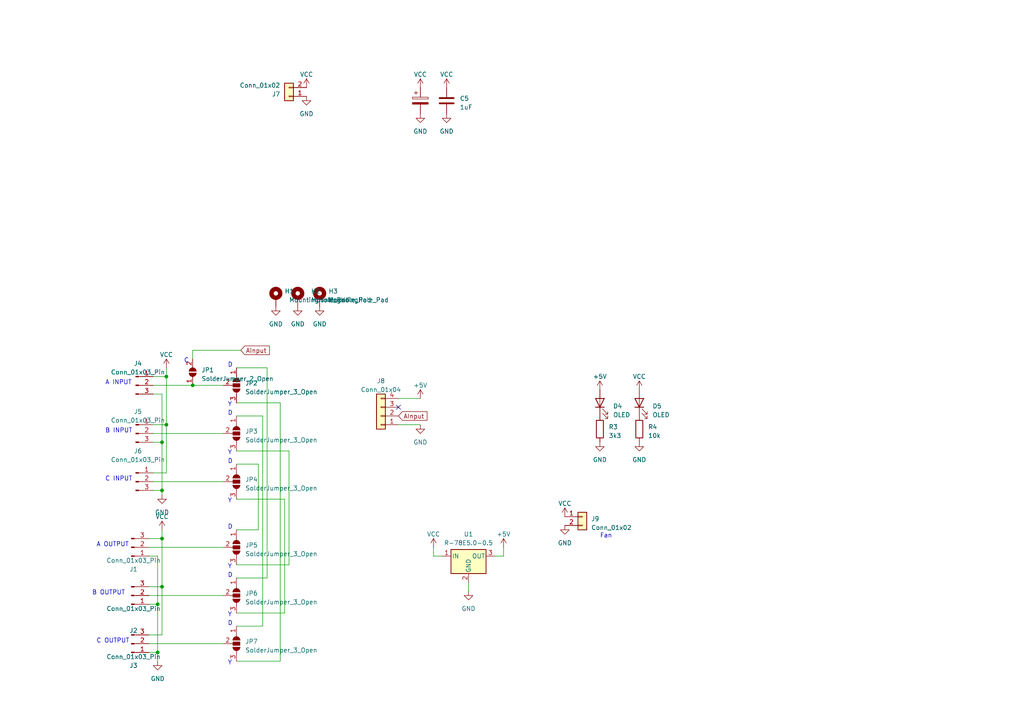
<source format=kicad_sch>
(kicad_sch (version 20230121) (generator eeschema)

  (uuid 96c23b3a-1e25-41cf-962b-e78979159fba)

  (paper "A4")

  (lib_symbols
    (symbol "Connector:Conn_01x03_Pin" (pin_names (offset 1.016) hide) (in_bom yes) (on_board yes)
      (property "Reference" "J" (at 0 5.08 0)
        (effects (font (size 1.27 1.27)))
      )
      (property "Value" "Conn_01x03_Pin" (at 0 -5.08 0)
        (effects (font (size 1.27 1.27)))
      )
      (property "Footprint" "" (at 0 0 0)
        (effects (font (size 1.27 1.27)) hide)
      )
      (property "Datasheet" "~" (at 0 0 0)
        (effects (font (size 1.27 1.27)) hide)
      )
      (property "ki_locked" "" (at 0 0 0)
        (effects (font (size 1.27 1.27)))
      )
      (property "ki_keywords" "connector" (at 0 0 0)
        (effects (font (size 1.27 1.27)) hide)
      )
      (property "ki_description" "Generic connector, single row, 01x03, script generated" (at 0 0 0)
        (effects (font (size 1.27 1.27)) hide)
      )
      (property "ki_fp_filters" "Connector*:*_1x??_*" (at 0 0 0)
        (effects (font (size 1.27 1.27)) hide)
      )
      (symbol "Conn_01x03_Pin_1_1"
        (polyline
          (pts
            (xy 1.27 -2.54)
            (xy 0.8636 -2.54)
          )
          (stroke (width 0.1524) (type default))
          (fill (type none))
        )
        (polyline
          (pts
            (xy 1.27 0)
            (xy 0.8636 0)
          )
          (stroke (width 0.1524) (type default))
          (fill (type none))
        )
        (polyline
          (pts
            (xy 1.27 2.54)
            (xy 0.8636 2.54)
          )
          (stroke (width 0.1524) (type default))
          (fill (type none))
        )
        (rectangle (start 0.8636 -2.413) (end 0 -2.667)
          (stroke (width 0.1524) (type default))
          (fill (type outline))
        )
        (rectangle (start 0.8636 0.127) (end 0 -0.127)
          (stroke (width 0.1524) (type default))
          (fill (type outline))
        )
        (rectangle (start 0.8636 2.667) (end 0 2.413)
          (stroke (width 0.1524) (type default))
          (fill (type outline))
        )
        (pin passive line (at 5.08 2.54 180) (length 3.81)
          (name "Pin_1" (effects (font (size 1.27 1.27))))
          (number "1" (effects (font (size 1.27 1.27))))
        )
        (pin passive line (at 5.08 0 180) (length 3.81)
          (name "Pin_2" (effects (font (size 1.27 1.27))))
          (number "2" (effects (font (size 1.27 1.27))))
        )
        (pin passive line (at 5.08 -2.54 180) (length 3.81)
          (name "Pin_3" (effects (font (size 1.27 1.27))))
          (number "3" (effects (font (size 1.27 1.27))))
        )
      )
    )
    (symbol "Connector_Generic:Conn_01x02" (pin_names (offset 1.016) hide) (in_bom yes) (on_board yes)
      (property "Reference" "J" (at 0 2.54 0)
        (effects (font (size 1.27 1.27)))
      )
      (property "Value" "Conn_01x02" (at 0 -5.08 0)
        (effects (font (size 1.27 1.27)))
      )
      (property "Footprint" "" (at 0 0 0)
        (effects (font (size 1.27 1.27)) hide)
      )
      (property "Datasheet" "~" (at 0 0 0)
        (effects (font (size 1.27 1.27)) hide)
      )
      (property "ki_keywords" "connector" (at 0 0 0)
        (effects (font (size 1.27 1.27)) hide)
      )
      (property "ki_description" "Generic connector, single row, 01x02, script generated (kicad-library-utils/schlib/autogen/connector/)" (at 0 0 0)
        (effects (font (size 1.27 1.27)) hide)
      )
      (property "ki_fp_filters" "Connector*:*_1x??_*" (at 0 0 0)
        (effects (font (size 1.27 1.27)) hide)
      )
      (symbol "Conn_01x02_1_1"
        (rectangle (start -1.27 -2.413) (end 0 -2.667)
          (stroke (width 0.1524) (type default))
          (fill (type none))
        )
        (rectangle (start -1.27 0.127) (end 0 -0.127)
          (stroke (width 0.1524) (type default))
          (fill (type none))
        )
        (rectangle (start -1.27 1.27) (end 1.27 -3.81)
          (stroke (width 0.254) (type default))
          (fill (type background))
        )
        (pin passive line (at -5.08 0 0) (length 3.81)
          (name "Pin_1" (effects (font (size 1.27 1.27))))
          (number "1" (effects (font (size 1.27 1.27))))
        )
        (pin passive line (at -5.08 -2.54 0) (length 3.81)
          (name "Pin_2" (effects (font (size 1.27 1.27))))
          (number "2" (effects (font (size 1.27 1.27))))
        )
      )
    )
    (symbol "Connector_Generic:Conn_01x04" (pin_names (offset 1.016) hide) (in_bom yes) (on_board yes)
      (property "Reference" "J" (at 0 5.08 0)
        (effects (font (size 1.27 1.27)))
      )
      (property "Value" "Conn_01x04" (at 0 -7.62 0)
        (effects (font (size 1.27 1.27)))
      )
      (property "Footprint" "" (at 0 0 0)
        (effects (font (size 1.27 1.27)) hide)
      )
      (property "Datasheet" "~" (at 0 0 0)
        (effects (font (size 1.27 1.27)) hide)
      )
      (property "ki_keywords" "connector" (at 0 0 0)
        (effects (font (size 1.27 1.27)) hide)
      )
      (property "ki_description" "Generic connector, single row, 01x04, script generated (kicad-library-utils/schlib/autogen/connector/)" (at 0 0 0)
        (effects (font (size 1.27 1.27)) hide)
      )
      (property "ki_fp_filters" "Connector*:*_1x??_*" (at 0 0 0)
        (effects (font (size 1.27 1.27)) hide)
      )
      (symbol "Conn_01x04_1_1"
        (rectangle (start -1.27 -4.953) (end 0 -5.207)
          (stroke (width 0.1524) (type default))
          (fill (type none))
        )
        (rectangle (start -1.27 -2.413) (end 0 -2.667)
          (stroke (width 0.1524) (type default))
          (fill (type none))
        )
        (rectangle (start -1.27 0.127) (end 0 -0.127)
          (stroke (width 0.1524) (type default))
          (fill (type none))
        )
        (rectangle (start -1.27 2.667) (end 0 2.413)
          (stroke (width 0.1524) (type default))
          (fill (type none))
        )
        (rectangle (start -1.27 3.81) (end 1.27 -6.35)
          (stroke (width 0.254) (type default))
          (fill (type background))
        )
        (pin passive line (at -5.08 2.54 0) (length 3.81)
          (name "Pin_1" (effects (font (size 1.27 1.27))))
          (number "1" (effects (font (size 1.27 1.27))))
        )
        (pin passive line (at -5.08 0 0) (length 3.81)
          (name "Pin_2" (effects (font (size 1.27 1.27))))
          (number "2" (effects (font (size 1.27 1.27))))
        )
        (pin passive line (at -5.08 -2.54 0) (length 3.81)
          (name "Pin_3" (effects (font (size 1.27 1.27))))
          (number "3" (effects (font (size 1.27 1.27))))
        )
        (pin passive line (at -5.08 -5.08 0) (length 3.81)
          (name "Pin_4" (effects (font (size 1.27 1.27))))
          (number "4" (effects (font (size 1.27 1.27))))
        )
      )
    )
    (symbol "Device:C" (pin_numbers hide) (pin_names (offset 0.254)) (in_bom yes) (on_board yes)
      (property "Reference" "C" (at 0.635 2.54 0)
        (effects (font (size 1.27 1.27)) (justify left))
      )
      (property "Value" "C" (at 0.635 -2.54 0)
        (effects (font (size 1.27 1.27)) (justify left))
      )
      (property "Footprint" "" (at 0.9652 -3.81 0)
        (effects (font (size 1.27 1.27)) hide)
      )
      (property "Datasheet" "~" (at 0 0 0)
        (effects (font (size 1.27 1.27)) hide)
      )
      (property "ki_keywords" "cap capacitor" (at 0 0 0)
        (effects (font (size 1.27 1.27)) hide)
      )
      (property "ki_description" "Unpolarized capacitor" (at 0 0 0)
        (effects (font (size 1.27 1.27)) hide)
      )
      (property "ki_fp_filters" "C_*" (at 0 0 0)
        (effects (font (size 1.27 1.27)) hide)
      )
      (symbol "C_0_1"
        (polyline
          (pts
            (xy -2.032 -0.762)
            (xy 2.032 -0.762)
          )
          (stroke (width 0.508) (type default))
          (fill (type none))
        )
        (polyline
          (pts
            (xy -2.032 0.762)
            (xy 2.032 0.762)
          )
          (stroke (width 0.508) (type default))
          (fill (type none))
        )
      )
      (symbol "C_1_1"
        (pin passive line (at 0 3.81 270) (length 2.794)
          (name "~" (effects (font (size 1.27 1.27))))
          (number "1" (effects (font (size 1.27 1.27))))
        )
        (pin passive line (at 0 -3.81 90) (length 2.794)
          (name "~" (effects (font (size 1.27 1.27))))
          (number "2" (effects (font (size 1.27 1.27))))
        )
      )
    )
    (symbol "Device:C_Polarized" (pin_numbers hide) (pin_names (offset 0.254)) (in_bom yes) (on_board yes)
      (property "Reference" "C" (at 0.635 2.54 0)
        (effects (font (size 1.27 1.27)) (justify left))
      )
      (property "Value" "C_Polarized" (at 0.635 -2.54 0)
        (effects (font (size 1.27 1.27)) (justify left))
      )
      (property "Footprint" "" (at 0.9652 -3.81 0)
        (effects (font (size 1.27 1.27)) hide)
      )
      (property "Datasheet" "~" (at 0 0 0)
        (effects (font (size 1.27 1.27)) hide)
      )
      (property "ki_keywords" "cap capacitor" (at 0 0 0)
        (effects (font (size 1.27 1.27)) hide)
      )
      (property "ki_description" "Polarized capacitor" (at 0 0 0)
        (effects (font (size 1.27 1.27)) hide)
      )
      (property "ki_fp_filters" "CP_*" (at 0 0 0)
        (effects (font (size 1.27 1.27)) hide)
      )
      (symbol "C_Polarized_0_1"
        (rectangle (start -2.286 0.508) (end 2.286 1.016)
          (stroke (width 0) (type default))
          (fill (type none))
        )
        (polyline
          (pts
            (xy -1.778 2.286)
            (xy -0.762 2.286)
          )
          (stroke (width 0) (type default))
          (fill (type none))
        )
        (polyline
          (pts
            (xy -1.27 2.794)
            (xy -1.27 1.778)
          )
          (stroke (width 0) (type default))
          (fill (type none))
        )
        (rectangle (start 2.286 -0.508) (end -2.286 -1.016)
          (stroke (width 0) (type default))
          (fill (type outline))
        )
      )
      (symbol "C_Polarized_1_1"
        (pin passive line (at 0 3.81 270) (length 2.794)
          (name "~" (effects (font (size 1.27 1.27))))
          (number "1" (effects (font (size 1.27 1.27))))
        )
        (pin passive line (at 0 -3.81 90) (length 2.794)
          (name "~" (effects (font (size 1.27 1.27))))
          (number "2" (effects (font (size 1.27 1.27))))
        )
      )
    )
    (symbol "Device:LED" (pin_numbers hide) (pin_names (offset 1.016) hide) (in_bom yes) (on_board yes)
      (property "Reference" "D" (at 0 2.54 0)
        (effects (font (size 1.27 1.27)))
      )
      (property "Value" "LED" (at 0 -2.54 0)
        (effects (font (size 1.27 1.27)))
      )
      (property "Footprint" "" (at 0 0 0)
        (effects (font (size 1.27 1.27)) hide)
      )
      (property "Datasheet" "~" (at 0 0 0)
        (effects (font (size 1.27 1.27)) hide)
      )
      (property "ki_keywords" "LED diode" (at 0 0 0)
        (effects (font (size 1.27 1.27)) hide)
      )
      (property "ki_description" "Light emitting diode" (at 0 0 0)
        (effects (font (size 1.27 1.27)) hide)
      )
      (property "ki_fp_filters" "LED* LED_SMD:* LED_THT:*" (at 0 0 0)
        (effects (font (size 1.27 1.27)) hide)
      )
      (symbol "LED_0_1"
        (polyline
          (pts
            (xy -1.27 -1.27)
            (xy -1.27 1.27)
          )
          (stroke (width 0.254) (type default))
          (fill (type none))
        )
        (polyline
          (pts
            (xy -1.27 0)
            (xy 1.27 0)
          )
          (stroke (width 0) (type default))
          (fill (type none))
        )
        (polyline
          (pts
            (xy 1.27 -1.27)
            (xy 1.27 1.27)
            (xy -1.27 0)
            (xy 1.27 -1.27)
          )
          (stroke (width 0.254) (type default))
          (fill (type none))
        )
        (polyline
          (pts
            (xy -3.048 -0.762)
            (xy -4.572 -2.286)
            (xy -3.81 -2.286)
            (xy -4.572 -2.286)
            (xy -4.572 -1.524)
          )
          (stroke (width 0) (type default))
          (fill (type none))
        )
        (polyline
          (pts
            (xy -1.778 -0.762)
            (xy -3.302 -2.286)
            (xy -2.54 -2.286)
            (xy -3.302 -2.286)
            (xy -3.302 -1.524)
          )
          (stroke (width 0) (type default))
          (fill (type none))
        )
      )
      (symbol "LED_1_1"
        (pin passive line (at -3.81 0 0) (length 2.54)
          (name "K" (effects (font (size 1.27 1.27))))
          (number "1" (effects (font (size 1.27 1.27))))
        )
        (pin passive line (at 3.81 0 180) (length 2.54)
          (name "A" (effects (font (size 1.27 1.27))))
          (number "2" (effects (font (size 1.27 1.27))))
        )
      )
    )
    (symbol "Device:R" (pin_numbers hide) (pin_names (offset 0)) (in_bom yes) (on_board yes)
      (property "Reference" "R" (at 2.032 0 90)
        (effects (font (size 1.27 1.27)))
      )
      (property "Value" "R" (at 0 0 90)
        (effects (font (size 1.27 1.27)))
      )
      (property "Footprint" "" (at -1.778 0 90)
        (effects (font (size 1.27 1.27)) hide)
      )
      (property "Datasheet" "~" (at 0 0 0)
        (effects (font (size 1.27 1.27)) hide)
      )
      (property "ki_keywords" "R res resistor" (at 0 0 0)
        (effects (font (size 1.27 1.27)) hide)
      )
      (property "ki_description" "Resistor" (at 0 0 0)
        (effects (font (size 1.27 1.27)) hide)
      )
      (property "ki_fp_filters" "R_*" (at 0 0 0)
        (effects (font (size 1.27 1.27)) hide)
      )
      (symbol "R_0_1"
        (rectangle (start -1.016 -2.54) (end 1.016 2.54)
          (stroke (width 0.254) (type default))
          (fill (type none))
        )
      )
      (symbol "R_1_1"
        (pin passive line (at 0 3.81 270) (length 1.27)
          (name "~" (effects (font (size 1.27 1.27))))
          (number "1" (effects (font (size 1.27 1.27))))
        )
        (pin passive line (at 0 -3.81 90) (length 1.27)
          (name "~" (effects (font (size 1.27 1.27))))
          (number "2" (effects (font (size 1.27 1.27))))
        )
      )
    )
    (symbol "Jumper:SolderJumper_2_Open" (pin_names (offset 0) hide) (in_bom yes) (on_board yes)
      (property "Reference" "JP" (at 0 2.032 0)
        (effects (font (size 1.27 1.27)))
      )
      (property "Value" "SolderJumper_2_Open" (at 0 -2.54 0)
        (effects (font (size 1.27 1.27)))
      )
      (property "Footprint" "" (at 0 0 0)
        (effects (font (size 1.27 1.27)) hide)
      )
      (property "Datasheet" "~" (at 0 0 0)
        (effects (font (size 1.27 1.27)) hide)
      )
      (property "ki_keywords" "solder jumper SPST" (at 0 0 0)
        (effects (font (size 1.27 1.27)) hide)
      )
      (property "ki_description" "Solder Jumper, 2-pole, open" (at 0 0 0)
        (effects (font (size 1.27 1.27)) hide)
      )
      (property "ki_fp_filters" "SolderJumper*Open*" (at 0 0 0)
        (effects (font (size 1.27 1.27)) hide)
      )
      (symbol "SolderJumper_2_Open_0_1"
        (arc (start -0.254 1.016) (mid -1.2656 0) (end -0.254 -1.016)
          (stroke (width 0) (type default))
          (fill (type none))
        )
        (arc (start -0.254 1.016) (mid -1.2656 0) (end -0.254 -1.016)
          (stroke (width 0) (type default))
          (fill (type outline))
        )
        (polyline
          (pts
            (xy -0.254 1.016)
            (xy -0.254 -1.016)
          )
          (stroke (width 0) (type default))
          (fill (type none))
        )
        (polyline
          (pts
            (xy 0.254 1.016)
            (xy 0.254 -1.016)
          )
          (stroke (width 0) (type default))
          (fill (type none))
        )
        (arc (start 0.254 -1.016) (mid 1.2656 0) (end 0.254 1.016)
          (stroke (width 0) (type default))
          (fill (type none))
        )
        (arc (start 0.254 -1.016) (mid 1.2656 0) (end 0.254 1.016)
          (stroke (width 0) (type default))
          (fill (type outline))
        )
      )
      (symbol "SolderJumper_2_Open_1_1"
        (pin passive line (at -3.81 0 0) (length 2.54)
          (name "A" (effects (font (size 1.27 1.27))))
          (number "1" (effects (font (size 1.27 1.27))))
        )
        (pin passive line (at 3.81 0 180) (length 2.54)
          (name "B" (effects (font (size 1.27 1.27))))
          (number "2" (effects (font (size 1.27 1.27))))
        )
      )
    )
    (symbol "Jumper:SolderJumper_3_Open" (pin_names (offset 0) hide) (in_bom yes) (on_board yes)
      (property "Reference" "JP" (at -2.54 -2.54 0)
        (effects (font (size 1.27 1.27)))
      )
      (property "Value" "SolderJumper_3_Open" (at 0 2.794 0)
        (effects (font (size 1.27 1.27)))
      )
      (property "Footprint" "" (at 0 0 0)
        (effects (font (size 1.27 1.27)) hide)
      )
      (property "Datasheet" "~" (at 0 0 0)
        (effects (font (size 1.27 1.27)) hide)
      )
      (property "ki_keywords" "Solder Jumper SPDT" (at 0 0 0)
        (effects (font (size 1.27 1.27)) hide)
      )
      (property "ki_description" "Solder Jumper, 3-pole, open" (at 0 0 0)
        (effects (font (size 1.27 1.27)) hide)
      )
      (property "ki_fp_filters" "SolderJumper*Open*" (at 0 0 0)
        (effects (font (size 1.27 1.27)) hide)
      )
      (symbol "SolderJumper_3_Open_0_1"
        (arc (start -1.016 1.016) (mid -2.0276 0) (end -1.016 -1.016)
          (stroke (width 0) (type default))
          (fill (type none))
        )
        (arc (start -1.016 1.016) (mid -2.0276 0) (end -1.016 -1.016)
          (stroke (width 0) (type default))
          (fill (type outline))
        )
        (rectangle (start -0.508 1.016) (end 0.508 -1.016)
          (stroke (width 0) (type default))
          (fill (type outline))
        )
        (polyline
          (pts
            (xy -2.54 0)
            (xy -2.032 0)
          )
          (stroke (width 0) (type default))
          (fill (type none))
        )
        (polyline
          (pts
            (xy -1.016 1.016)
            (xy -1.016 -1.016)
          )
          (stroke (width 0) (type default))
          (fill (type none))
        )
        (polyline
          (pts
            (xy 0 -1.27)
            (xy 0 -1.016)
          )
          (stroke (width 0) (type default))
          (fill (type none))
        )
        (polyline
          (pts
            (xy 1.016 1.016)
            (xy 1.016 -1.016)
          )
          (stroke (width 0) (type default))
          (fill (type none))
        )
        (polyline
          (pts
            (xy 2.54 0)
            (xy 2.032 0)
          )
          (stroke (width 0) (type default))
          (fill (type none))
        )
        (arc (start 1.016 -1.016) (mid 2.0276 0) (end 1.016 1.016)
          (stroke (width 0) (type default))
          (fill (type none))
        )
        (arc (start 1.016 -1.016) (mid 2.0276 0) (end 1.016 1.016)
          (stroke (width 0) (type default))
          (fill (type outline))
        )
      )
      (symbol "SolderJumper_3_Open_1_1"
        (pin passive line (at -5.08 0 0) (length 2.54)
          (name "A" (effects (font (size 1.27 1.27))))
          (number "1" (effects (font (size 1.27 1.27))))
        )
        (pin passive line (at 0 -3.81 90) (length 2.54)
          (name "C" (effects (font (size 1.27 1.27))))
          (number "2" (effects (font (size 1.27 1.27))))
        )
        (pin passive line (at 5.08 0 180) (length 2.54)
          (name "B" (effects (font (size 1.27 1.27))))
          (number "3" (effects (font (size 1.27 1.27))))
        )
      )
    )
    (symbol "Mechanical:MountingHole_Pad" (pin_numbers hide) (pin_names (offset 1.016) hide) (in_bom yes) (on_board yes)
      (property "Reference" "H" (at 0 6.35 0)
        (effects (font (size 1.27 1.27)))
      )
      (property "Value" "MountingHole_Pad" (at 0 4.445 0)
        (effects (font (size 1.27 1.27)))
      )
      (property "Footprint" "" (at 0 0 0)
        (effects (font (size 1.27 1.27)) hide)
      )
      (property "Datasheet" "~" (at 0 0 0)
        (effects (font (size 1.27 1.27)) hide)
      )
      (property "ki_keywords" "mounting hole" (at 0 0 0)
        (effects (font (size 1.27 1.27)) hide)
      )
      (property "ki_description" "Mounting Hole with connection" (at 0 0 0)
        (effects (font (size 1.27 1.27)) hide)
      )
      (property "ki_fp_filters" "MountingHole*Pad*" (at 0 0 0)
        (effects (font (size 1.27 1.27)) hide)
      )
      (symbol "MountingHole_Pad_0_1"
        (circle (center 0 1.27) (radius 1.27)
          (stroke (width 1.27) (type default))
          (fill (type none))
        )
      )
      (symbol "MountingHole_Pad_1_1"
        (pin input line (at 0 -2.54 90) (length 2.54)
          (name "1" (effects (font (size 1.27 1.27))))
          (number "1" (effects (font (size 1.27 1.27))))
        )
      )
    )
    (symbol "Regulator_Switching:R-78E5.0-0.5" (pin_names (offset 0.254)) (in_bom yes) (on_board yes)
      (property "Reference" "U" (at -3.81 3.175 0)
        (effects (font (size 1.27 1.27)))
      )
      (property "Value" "R-78E5.0-0.5" (at 0 3.175 0)
        (effects (font (size 1.27 1.27)) (justify left))
      )
      (property "Footprint" "Converter_DCDC:Converter_DCDC_RECOM_R-78E-0.5_THT" (at 1.27 -6.35 0)
        (effects (font (size 1.27 1.27) italic) (justify left) hide)
      )
      (property "Datasheet" "https://www.recom-power.com/pdf/Innoline/R-78Exx-0.5.pdf" (at 0 0 0)
        (effects (font (size 1.27 1.27)) hide)
      )
      (property "ki_keywords" "dc-dc recom Step-Down DC/DC-Regulator" (at 0 0 0)
        (effects (font (size 1.27 1.27)) hide)
      )
      (property "ki_description" "500mA Step-Down DC/DC-Regulator, 7-28V input, 5V fixed Output Voltage, LM78xx replacement, -40°C to +85°C, SIP3" (at 0 0 0)
        (effects (font (size 1.27 1.27)) hide)
      )
      (property "ki_fp_filters" "Converter*DCDC*RECOM*R*78E*0.5*" (at 0 0 0)
        (effects (font (size 1.27 1.27)) hide)
      )
      (symbol "R-78E5.0-0.5_0_1"
        (rectangle (start -5.08 1.905) (end 5.08 -5.08)
          (stroke (width 0.254) (type default))
          (fill (type background))
        )
      )
      (symbol "R-78E5.0-0.5_1_1"
        (pin power_in line (at -7.62 0 0) (length 2.54)
          (name "IN" (effects (font (size 1.27 1.27))))
          (number "1" (effects (font (size 1.27 1.27))))
        )
        (pin power_in line (at 0 -7.62 90) (length 2.54)
          (name "GND" (effects (font (size 1.27 1.27))))
          (number "2" (effects (font (size 1.27 1.27))))
        )
        (pin power_out line (at 7.62 0 180) (length 2.54)
          (name "OUT" (effects (font (size 1.27 1.27))))
          (number "3" (effects (font (size 1.27 1.27))))
        )
      )
    )
    (symbol "power:+5V" (power) (pin_names (offset 0)) (in_bom yes) (on_board yes)
      (property "Reference" "#PWR" (at 0 -3.81 0)
        (effects (font (size 1.27 1.27)) hide)
      )
      (property "Value" "+5V" (at 0 3.556 0)
        (effects (font (size 1.27 1.27)))
      )
      (property "Footprint" "" (at 0 0 0)
        (effects (font (size 1.27 1.27)) hide)
      )
      (property "Datasheet" "" (at 0 0 0)
        (effects (font (size 1.27 1.27)) hide)
      )
      (property "ki_keywords" "global power" (at 0 0 0)
        (effects (font (size 1.27 1.27)) hide)
      )
      (property "ki_description" "Power symbol creates a global label with name \"+5V\"" (at 0 0 0)
        (effects (font (size 1.27 1.27)) hide)
      )
      (symbol "+5V_0_1"
        (polyline
          (pts
            (xy -0.762 1.27)
            (xy 0 2.54)
          )
          (stroke (width 0) (type default))
          (fill (type none))
        )
        (polyline
          (pts
            (xy 0 0)
            (xy 0 2.54)
          )
          (stroke (width 0) (type default))
          (fill (type none))
        )
        (polyline
          (pts
            (xy 0 2.54)
            (xy 0.762 1.27)
          )
          (stroke (width 0) (type default))
          (fill (type none))
        )
      )
      (symbol "+5V_1_1"
        (pin power_in line (at 0 0 90) (length 0) hide
          (name "+5V" (effects (font (size 1.27 1.27))))
          (number "1" (effects (font (size 1.27 1.27))))
        )
      )
    )
    (symbol "power:GND" (power) (pin_names (offset 0)) (in_bom yes) (on_board yes)
      (property "Reference" "#PWR" (at 0 -6.35 0)
        (effects (font (size 1.27 1.27)) hide)
      )
      (property "Value" "GND" (at 0 -3.81 0)
        (effects (font (size 1.27 1.27)))
      )
      (property "Footprint" "" (at 0 0 0)
        (effects (font (size 1.27 1.27)) hide)
      )
      (property "Datasheet" "" (at 0 0 0)
        (effects (font (size 1.27 1.27)) hide)
      )
      (property "ki_keywords" "global power" (at 0 0 0)
        (effects (font (size 1.27 1.27)) hide)
      )
      (property "ki_description" "Power symbol creates a global label with name \"GND\" , ground" (at 0 0 0)
        (effects (font (size 1.27 1.27)) hide)
      )
      (symbol "GND_0_1"
        (polyline
          (pts
            (xy 0 0)
            (xy 0 -1.27)
            (xy 1.27 -1.27)
            (xy 0 -2.54)
            (xy -1.27 -1.27)
            (xy 0 -1.27)
          )
          (stroke (width 0) (type default))
          (fill (type none))
        )
      )
      (symbol "GND_1_1"
        (pin power_in line (at 0 0 270) (length 0) hide
          (name "GND" (effects (font (size 1.27 1.27))))
          (number "1" (effects (font (size 1.27 1.27))))
        )
      )
    )
    (symbol "power:VCC" (power) (pin_names (offset 0)) (in_bom yes) (on_board yes)
      (property "Reference" "#PWR" (at 0 -3.81 0)
        (effects (font (size 1.27 1.27)) hide)
      )
      (property "Value" "VCC" (at 0 3.81 0)
        (effects (font (size 1.27 1.27)))
      )
      (property "Footprint" "" (at 0 0 0)
        (effects (font (size 1.27 1.27)) hide)
      )
      (property "Datasheet" "" (at 0 0 0)
        (effects (font (size 1.27 1.27)) hide)
      )
      (property "ki_keywords" "global power" (at 0 0 0)
        (effects (font (size 1.27 1.27)) hide)
      )
      (property "ki_description" "Power symbol creates a global label with name \"VCC\"" (at 0 0 0)
        (effects (font (size 1.27 1.27)) hide)
      )
      (symbol "VCC_0_1"
        (polyline
          (pts
            (xy -0.762 1.27)
            (xy 0 2.54)
          )
          (stroke (width 0) (type default))
          (fill (type none))
        )
        (polyline
          (pts
            (xy 0 0)
            (xy 0 2.54)
          )
          (stroke (width 0) (type default))
          (fill (type none))
        )
        (polyline
          (pts
            (xy 0 2.54)
            (xy 0.762 1.27)
          )
          (stroke (width 0) (type default))
          (fill (type none))
        )
      )
      (symbol "VCC_1_1"
        (pin power_in line (at 0 0 90) (length 0) hide
          (name "VCC" (effects (font (size 1.27 1.27))))
          (number "1" (effects (font (size 1.27 1.27))))
        )
      )
    )
  )

  (junction (at 46.99 128.27) (diameter 0) (color 0 0 0 0)
    (uuid 057fe860-b36e-4142-adcc-b7066be129dd)
  )
  (junction (at 48.26 123.19) (diameter 0) (color 0 0 0 0)
    (uuid 16973c88-ec06-4cda-8235-31155e0effca)
  )
  (junction (at 46.99 142.24) (diameter 0) (color 0 0 0 0)
    (uuid 37695155-75ae-46f3-b996-bfda983e8310)
  )
  (junction (at 45.72 175.26) (diameter 0) (color 0 0 0 0)
    (uuid 5362df72-8bae-41a3-9201-094b306a0983)
  )
  (junction (at 46.99 156.21) (diameter 0) (color 0 0 0 0)
    (uuid 93ad8ed7-601c-4c6c-998d-4e2d6f776901)
  )
  (junction (at 55.88 111.76) (diameter 0) (color 0 0 0 0)
    (uuid 9d8d089e-4d17-4550-9100-66a22d71c0ea)
  )
  (junction (at 46.99 170.18) (diameter 0) (color 0 0 0 0)
    (uuid a549f1ac-34de-4df4-8090-eaf13a26c7aa)
  )
  (junction (at 45.72 189.23) (diameter 0) (color 0 0 0 0)
    (uuid e23fd485-0d08-42f9-a626-c7bf74ec9812)
  )
  (junction (at 48.26 109.22) (diameter 0) (color 0 0 0 0)
    (uuid eda39acb-0c8b-4bbe-a5b9-ca29c7e4cfaa)
  )

  (no_connect (at 115.57 118.11) (uuid 9df456d2-b0bc-4012-8f41-c7b4ba52fba1))

  (wire (pts (xy 48.26 109.22) (xy 44.45 109.22))
    (stroke (width 0) (type default))
    (uuid 02367e52-b275-4751-a8d2-34f659a18690)
  )
  (wire (pts (xy 128.27 161.29) (xy 125.73 161.29))
    (stroke (width 0) (type default))
    (uuid 054f903e-1ce9-44cf-8d1c-c7053d5e4a0f)
  )
  (wire (pts (xy 45.72 175.26) (xy 45.72 189.23))
    (stroke (width 0) (type default))
    (uuid 065e036d-03e5-4362-a5a9-3377e73172ab)
  )
  (wire (pts (xy 76.2 120.65) (xy 76.2 181.61))
    (stroke (width 0) (type default))
    (uuid 0f78b6a8-b5f4-4372-acea-de62998f8a56)
  )
  (wire (pts (xy 43.18 184.15) (xy 46.99 184.15))
    (stroke (width 0) (type default))
    (uuid 11ca6e71-17d2-4622-a633-359cea6fda00)
  )
  (wire (pts (xy 115.57 123.19) (xy 121.92 123.19))
    (stroke (width 0) (type default))
    (uuid 182b762f-044c-406e-8599-54ceb1601001)
  )
  (wire (pts (xy 46.99 142.24) (xy 44.45 142.24))
    (stroke (width 0) (type default))
    (uuid 1a609e03-31d8-493b-9de3-93272b2225d3)
  )
  (wire (pts (xy 135.89 168.91) (xy 135.89 171.45))
    (stroke (width 0) (type default))
    (uuid 1cd670f7-604b-47e7-8dd6-b869b030ac2d)
  )
  (wire (pts (xy 82.55 144.78) (xy 82.55 177.8))
    (stroke (width 0) (type default))
    (uuid 20e7009f-a28e-4c6a-a952-2905b96076ef)
  )
  (wire (pts (xy 83.82 163.83) (xy 83.82 130.81))
    (stroke (width 0) (type default))
    (uuid 28db53cc-b7e4-46c9-8030-20918c4f27a0)
  )
  (wire (pts (xy 115.57 115.57) (xy 121.92 115.57))
    (stroke (width 0) (type default))
    (uuid 2d9880df-c073-4458-8b09-353ffa38d122)
  )
  (wire (pts (xy 46.99 156.21) (xy 43.18 156.21))
    (stroke (width 0) (type default))
    (uuid 2f8bc43a-b59d-4259-8908-e926b8b078fe)
  )
  (wire (pts (xy 46.99 142.24) (xy 46.99 143.51))
    (stroke (width 0) (type default))
    (uuid 36ff675f-803f-4fe9-bb9b-5bff108c7a6b)
  )
  (wire (pts (xy 43.18 158.75) (xy 64.77 158.75))
    (stroke (width 0) (type default))
    (uuid 3a399333-35f6-40ba-9919-dc5c68761355)
  )
  (wire (pts (xy 45.72 175.26) (xy 43.18 175.26))
    (stroke (width 0) (type default))
    (uuid 3bdeefed-1f7d-4441-964e-78e5684db6df)
  )
  (wire (pts (xy 44.45 111.76) (xy 55.88 111.76))
    (stroke (width 0) (type default))
    (uuid 450855b3-a14f-4b2f-a9ab-e13994e3a5d2)
  )
  (wire (pts (xy 43.18 170.18) (xy 46.99 170.18))
    (stroke (width 0) (type default))
    (uuid 494ed138-3eda-4b90-a5fd-af004b79bd0a)
  )
  (wire (pts (xy 44.45 137.16) (xy 48.26 137.16))
    (stroke (width 0) (type default))
    (uuid 4e840319-56c7-41e1-81a7-b32fc6c3f2f3)
  )
  (wire (pts (xy 46.99 156.21) (xy 46.99 170.18))
    (stroke (width 0) (type default))
    (uuid 4f5edd64-9bc6-4e32-811c-eb43f70bf0df)
  )
  (wire (pts (xy 68.58 120.65) (xy 76.2 120.65))
    (stroke (width 0) (type default))
    (uuid 54eafcf9-e1af-49b1-9910-bb2a7a0bd878)
  )
  (wire (pts (xy 68.58 134.62) (xy 74.93 134.62))
    (stroke (width 0) (type default))
    (uuid 58a1b17f-5ee6-48aa-b617-ea30d8777d90)
  )
  (wire (pts (xy 44.45 114.3) (xy 46.99 114.3))
    (stroke (width 0) (type default))
    (uuid 5b5306eb-88c8-4965-b54f-585888be367c)
  )
  (wire (pts (xy 48.26 106.68) (xy 48.26 109.22))
    (stroke (width 0) (type default))
    (uuid 6903a070-740c-4d72-84e4-15ef46b5e576)
  )
  (wire (pts (xy 74.93 153.67) (xy 68.58 153.67))
    (stroke (width 0) (type default))
    (uuid 6b6b58f3-f0ba-4fc6-86a8-654a75ba4796)
  )
  (wire (pts (xy 46.99 153.67) (xy 46.99 156.21))
    (stroke (width 0) (type default))
    (uuid 6ce73ff4-2d3b-40c0-948e-54a6038fcef6)
  )
  (wire (pts (xy 68.58 167.64) (xy 77.47 167.64))
    (stroke (width 0) (type default))
    (uuid 70d3c687-97eb-48b7-858a-828e585112b3)
  )
  (wire (pts (xy 45.72 189.23) (xy 45.72 191.77))
    (stroke (width 0) (type default))
    (uuid 74f4f882-7582-42f0-9761-279b97698599)
  )
  (wire (pts (xy 55.88 111.76) (xy 64.77 111.76))
    (stroke (width 0) (type default))
    (uuid 764926b1-4ad9-4f42-be27-eb028d6f0969)
  )
  (wire (pts (xy 68.58 177.8) (xy 82.55 177.8))
    (stroke (width 0) (type default))
    (uuid 781c07c2-d7bc-4372-98bc-395be04f57fd)
  )
  (wire (pts (xy 43.18 172.72) (xy 64.77 172.72))
    (stroke (width 0) (type default))
    (uuid 7e30e266-5158-41e3-8ca3-186bc3362929)
  )
  (wire (pts (xy 68.58 130.81) (xy 83.82 130.81))
    (stroke (width 0) (type default))
    (uuid 808106e0-d10d-4852-a573-dbddbf97b731)
  )
  (wire (pts (xy 74.93 134.62) (xy 74.93 153.67))
    (stroke (width 0) (type default))
    (uuid 82028927-94bd-40c4-a732-749f1faff3a8)
  )
  (wire (pts (xy 46.99 170.18) (xy 46.99 184.15))
    (stroke (width 0) (type default))
    (uuid 8324745c-b110-4a3f-a4dd-79379587c5a4)
  )
  (wire (pts (xy 55.88 104.14) (xy 55.88 101.6))
    (stroke (width 0) (type default))
    (uuid 8382bc43-f598-4863-834e-a756fb0ca2ce)
  )
  (wire (pts (xy 46.99 128.27) (xy 46.99 142.24))
    (stroke (width 0) (type default))
    (uuid 8bf4f192-fc02-4875-8389-a6d64856a272)
  )
  (wire (pts (xy 68.58 106.68) (xy 77.47 106.68))
    (stroke (width 0) (type default))
    (uuid 8d3cb4db-4574-40ea-9097-e157acda02cb)
  )
  (wire (pts (xy 82.55 144.78) (xy 68.58 144.78))
    (stroke (width 0) (type default))
    (uuid 8f947609-3fab-4f23-9565-4ddc691eeb29)
  )
  (wire (pts (xy 48.26 109.22) (xy 48.26 123.19))
    (stroke (width 0) (type default))
    (uuid 90560372-cb38-4fa1-80eb-4fc80ebd8fbe)
  )
  (wire (pts (xy 46.99 114.3) (xy 46.99 128.27))
    (stroke (width 0) (type default))
    (uuid 91c258bf-54a7-4c96-a2cc-b3fe0399c638)
  )
  (wire (pts (xy 146.05 161.29) (xy 143.51 161.29))
    (stroke (width 0) (type default))
    (uuid a76bc5ec-ccfe-444e-bcbf-ba0959f98176)
  )
  (wire (pts (xy 81.28 191.77) (xy 68.58 191.77))
    (stroke (width 0) (type default))
    (uuid ad46b76c-2e6b-4a79-a488-ce67e819933e)
  )
  (wire (pts (xy 44.45 139.7) (xy 64.77 139.7))
    (stroke (width 0) (type default))
    (uuid bd6c3ff4-a38b-4c09-b12f-85c608d27313)
  )
  (wire (pts (xy 81.28 116.84) (xy 81.28 191.77))
    (stroke (width 0) (type default))
    (uuid bf962476-6211-42f7-9424-fe071b247d08)
  )
  (wire (pts (xy 55.88 101.6) (xy 69.85 101.6))
    (stroke (width 0) (type default))
    (uuid c6646ccc-3591-4290-9c16-d5cf07795065)
  )
  (wire (pts (xy 45.72 189.23) (xy 43.18 189.23))
    (stroke (width 0) (type default))
    (uuid c6e9187a-2f77-4e1e-a450-fc0c90b992f1)
  )
  (wire (pts (xy 44.45 123.19) (xy 48.26 123.19))
    (stroke (width 0) (type default))
    (uuid c8a4e592-8d29-4e9f-92f6-20c5d28809a4)
  )
  (wire (pts (xy 125.73 161.29) (xy 125.73 158.75))
    (stroke (width 0) (type default))
    (uuid cb5e6707-2ee5-46ab-aecb-1248847c1272)
  )
  (wire (pts (xy 43.18 186.69) (xy 64.77 186.69))
    (stroke (width 0) (type default))
    (uuid d18c3cbb-f7b6-4d9c-b5ab-3b3f6da07156)
  )
  (wire (pts (xy 46.99 128.27) (xy 44.45 128.27))
    (stroke (width 0) (type default))
    (uuid d215982b-8b42-4506-95b8-b8c18fe25d41)
  )
  (wire (pts (xy 43.18 161.29) (xy 45.72 161.29))
    (stroke (width 0) (type default))
    (uuid d7c0c322-cfc9-4e85-bf81-3034cef91377)
  )
  (wire (pts (xy 44.45 125.73) (xy 64.77 125.73))
    (stroke (width 0) (type default))
    (uuid d8d0d42c-c9ed-426d-9793-f1c421a8c321)
  )
  (wire (pts (xy 146.05 158.75) (xy 146.05 161.29))
    (stroke (width 0) (type default))
    (uuid e0c0ebbd-c8dc-440a-b9ca-ee610062bec1)
  )
  (wire (pts (xy 45.72 161.29) (xy 45.72 175.26))
    (stroke (width 0) (type default))
    (uuid e5dcc271-215c-4058-b490-8d2c3978370c)
  )
  (wire (pts (xy 76.2 181.61) (xy 68.58 181.61))
    (stroke (width 0) (type default))
    (uuid f0711fbe-6217-4bb6-b061-4fb5206e7165)
  )
  (wire (pts (xy 48.26 123.19) (xy 48.26 137.16))
    (stroke (width 0) (type default))
    (uuid f2fb186e-f1c7-48f5-a217-934401bafe4c)
  )
  (wire (pts (xy 77.47 167.64) (xy 77.47 106.68))
    (stroke (width 0) (type default))
    (uuid f3f62db6-2a4e-4d3b-9a45-0e5fca1eca95)
  )
  (wire (pts (xy 68.58 116.84) (xy 81.28 116.84))
    (stroke (width 0) (type default))
    (uuid f92194dc-6392-4fdc-a6e0-286d9af45c2e)
  )
  (wire (pts (xy 68.58 163.83) (xy 83.82 163.83))
    (stroke (width 0) (type default))
    (uuid fb0166c3-832f-4445-9aa2-e92bbadee929)
  )

  (text "D" (at 66.04 153.67 0)
    (effects (font (size 1.27 1.27)) (justify left bottom))
    (uuid 3901db57-0dd1-471f-92ea-67bc66667f31)
  )
  (text "A INPUT" (at 30.48 111.76 0)
    (effects (font (size 1.27 1.27)) (justify left bottom))
    (uuid 3c6be046-35e7-4260-9bde-b41bc00539a9)
  )
  (text "A OUTPUT" (at 27.94 158.75 0)
    (effects (font (size 1.27 1.27)) (justify left bottom))
    (uuid 429abddb-0c80-445c-a374-c39bedfe7b9a)
  )
  (text "Fan\n" (at 173.99 156.21 0)
    (effects (font (size 1.27 1.27)) (justify left bottom))
    (uuid 49386e1e-f16b-44a9-b09a-23d7ca4655f2)
  )
  (text "D" (at 66.04 167.64 0)
    (effects (font (size 1.27 1.27)) (justify left bottom))
    (uuid 4cf97068-f224-46d4-aa09-8fd99bd4caab)
  )
  (text "Y" (at 66.04 146.05 0)
    (effects (font (size 1.27 1.27)) (justify left bottom))
    (uuid 5031544c-f697-48a6-b70f-aaa972363a5b)
  )
  (text "B OUTPUT" (at 26.67 172.72 0)
    (effects (font (size 1.27 1.27)) (justify left bottom))
    (uuid 52544bb2-db04-42c8-9589-fd2679ab9e2d)
  )
  (text "D" (at 66.04 106.68 0)
    (effects (font (size 1.27 1.27)) (justify left bottom))
    (uuid 559a09ca-0462-482f-9fa6-38bd1fe28edc)
  )
  (text "D" (at 66.04 120.65 0)
    (effects (font (size 1.27 1.27)) (justify left bottom))
    (uuid 578bea1e-44c3-4bc1-8658-96a757794543)
  )
  (text "C INPUT" (at 30.48 139.7 0)
    (effects (font (size 1.27 1.27)) (justify left bottom))
    (uuid 7cbf4e60-b424-4ad1-a0c2-4d763f545144)
  )
  (text "Y" (at 66.04 132.08 0)
    (effects (font (size 1.27 1.27)) (justify left bottom))
    (uuid 97d89c4f-bcb2-44fe-a298-f6fc7deca21d)
  )
  (text "Y" (at 66.04 165.1 0)
    (effects (font (size 1.27 1.27)) (justify left bottom))
    (uuid 9c40849b-2da2-4509-b463-cd9d8f3af2b4)
  )
  (text "Y" (at 66.04 118.11 0)
    (effects (font (size 1.27 1.27)) (justify left bottom))
    (uuid a5616b5f-d4af-41c9-be96-64dd987627da)
  )
  (text "D" (at 66.04 181.61 0)
    (effects (font (size 1.27 1.27)) (justify left bottom))
    (uuid a96a60ca-3608-47b3-8062-15e36cb089b5)
  )
  (text "D" (at 66.04 134.62 0)
    (effects (font (size 1.27 1.27)) (justify left bottom))
    (uuid aeecf9a6-0723-416e-931e-431b63dbd489)
  )
  (text "C" (at 53.34 105.41 0)
    (effects (font (size 1.27 1.27)) (justify left bottom))
    (uuid b9e1bfa3-d1d3-4889-b3a7-063377a33a2c)
  )
  (text "Y" (at 66.04 179.07 0)
    (effects (font (size 1.27 1.27)) (justify left bottom))
    (uuid d10c9fa6-cf5f-458e-9883-51fa5bd3b212)
  )
  (text "B INPUT" (at 30.48 125.73 0)
    (effects (font (size 1.27 1.27)) (justify left bottom))
    (uuid d153972e-a650-4bd9-83d4-66244504b584)
  )
  (text "Y" (at 66.04 193.04 0)
    (effects (font (size 1.27 1.27)) (justify left bottom))
    (uuid e11436f4-bb9a-4977-a4f6-1c5b44a88b50)
  )
  (text "C OUTPUT" (at 27.94 186.69 0)
    (effects (font (size 1.27 1.27)) (justify left bottom))
    (uuid e73c7bb2-bbaf-4e79-a389-81014128ba08)
  )

  (global_label "AInput" (shape input) (at 69.85 101.6 0) (fields_autoplaced)
    (effects (font (size 1.27 1.27)) (justify left))
    (uuid ba93f139-2dd2-45ab-b240-cb7e6da9d68d)
    (property "Intersheetrefs" "${INTERSHEET_REFS}" (at 78.6219 101.6 0)
      (effects (font (size 1.27 1.27)) (justify left) hide)
    )
  )
  (global_label "AInput" (shape input) (at 115.57 120.65 0) (fields_autoplaced)
    (effects (font (size 1.27 1.27)) (justify left))
    (uuid da84d789-6fbe-4fd3-8a56-82a300e402bc)
    (property "Intersheetrefs" "${INTERSHEET_REFS}" (at 124.3419 120.65 0)
      (effects (font (size 1.27 1.27)) (justify left) hide)
    )
  )

  (symbol (lib_id "power:GND") (at 163.83 152.4 0) (unit 1)
    (in_bom yes) (on_board yes) (dnp no) (fields_autoplaced)
    (uuid 051a8933-5edd-448b-9cba-48352269d946)
    (property "Reference" "#PWR016" (at 163.83 158.75 0)
      (effects (font (size 1.27 1.27)) hide)
    )
    (property "Value" "GND" (at 163.83 157.48 0)
      (effects (font (size 1.27 1.27)))
    )
    (property "Footprint" "" (at 163.83 152.4 0)
      (effects (font (size 1.27 1.27)) hide)
    )
    (property "Datasheet" "" (at 163.83 152.4 0)
      (effects (font (size 1.27 1.27)) hide)
    )
    (pin "1" (uuid d81536df-d2a6-45a3-9430-1079b1d33eef))
    (instances
      (project "GlowPrism Corner PCB"
        (path "/96c23b3a-1e25-41cf-962b-e78979159fba"
          (reference "#PWR016") (unit 1)
        )
      )
      (project "GlowPrism Corner PCB"
        (path "/dbc02c6c-2337-4d7b-84cc-1a630ba840eb"
          (reference "#PWR016") (unit 1)
        )
      )
    )
  )

  (symbol (lib_id "power:GND") (at 86.36 88.9 0) (unit 1)
    (in_bom yes) (on_board yes) (dnp no) (fields_autoplaced)
    (uuid 0afa6131-1f8d-4f13-b5fb-9aa717c1e04a)
    (property "Reference" "#PWR06" (at 86.36 95.25 0)
      (effects (font (size 1.27 1.27)) hide)
    )
    (property "Value" "GND" (at 86.36 93.98 0)
      (effects (font (size 1.27 1.27)))
    )
    (property "Footprint" "" (at 86.36 88.9 0)
      (effects (font (size 1.27 1.27)) hide)
    )
    (property "Datasheet" "" (at 86.36 88.9 0)
      (effects (font (size 1.27 1.27)) hide)
    )
    (pin "1" (uuid bc2b2bcd-cb34-4a37-a17c-12d59eefc81b))
    (instances
      (project "GlowPrism Corner PCB"
        (path "/96c23b3a-1e25-41cf-962b-e78979159fba"
          (reference "#PWR06") (unit 1)
        )
      )
      (project "GlowPrism Corner PCB"
        (path "/dbc02c6c-2337-4d7b-84cc-1a630ba840eb"
          (reference "#PWR06") (unit 1)
        )
      )
    )
  )

  (symbol (lib_id "power:GND") (at 121.92 123.19 0) (unit 1)
    (in_bom yes) (on_board yes) (dnp no) (fields_autoplaced)
    (uuid 0db6929e-1386-4a13-9b3e-ea67285ea7a7)
    (property "Reference" "#PWR010" (at 121.92 129.54 0)
      (effects (font (size 1.27 1.27)) hide)
    )
    (property "Value" "GND" (at 121.92 128.27 0)
      (effects (font (size 1.27 1.27)))
    )
    (property "Footprint" "" (at 121.92 123.19 0)
      (effects (font (size 1.27 1.27)) hide)
    )
    (property "Datasheet" "" (at 121.92 123.19 0)
      (effects (font (size 1.27 1.27)) hide)
    )
    (pin "1" (uuid 79d05a66-62bb-4dbf-b583-357173701741))
    (instances
      (project "GlowPrism Corner PCB"
        (path "/96c23b3a-1e25-41cf-962b-e78979159fba"
          (reference "#PWR010") (unit 1)
        )
      )
      (project "GlowPrism Corner PCB"
        (path "/dbc02c6c-2337-4d7b-84cc-1a630ba840eb"
          (reference "#PWR010") (unit 1)
        )
      )
    )
  )

  (symbol (lib_id "power:GND") (at 135.89 171.45 0) (unit 1)
    (in_bom yes) (on_board yes) (dnp no) (fields_autoplaced)
    (uuid 0f4fa527-71bc-45d9-9c0d-82d2bb1cbcc7)
    (property "Reference" "#PWR012" (at 135.89 177.8 0)
      (effects (font (size 1.27 1.27)) hide)
    )
    (property "Value" "GND" (at 135.89 176.53 0)
      (effects (font (size 1.27 1.27)))
    )
    (property "Footprint" "" (at 135.89 171.45 0)
      (effects (font (size 1.27 1.27)) hide)
    )
    (property "Datasheet" "" (at 135.89 171.45 0)
      (effects (font (size 1.27 1.27)) hide)
    )
    (pin "1" (uuid 62c3176e-69a2-4ed2-9321-6a3487d436cf))
    (instances
      (project "GlowPrism Corner PCB"
        (path "/96c23b3a-1e25-41cf-962b-e78979159fba"
          (reference "#PWR012") (unit 1)
        )
      )
      (project "GlowPrism Corner PCB"
        (path "/dbc02c6c-2337-4d7b-84cc-1a630ba840eb"
          (reference "#PWR012") (unit 1)
        )
      )
    )
  )

  (symbol (lib_id "Jumper:SolderJumper_3_Open") (at 68.58 172.72 270) (unit 1)
    (in_bom yes) (on_board yes) (dnp no) (fields_autoplaced)
    (uuid 0ff0206e-1db0-43cf-8633-74896f8fe544)
    (property "Reference" "JP6" (at 71.12 172.085 90)
      (effects (font (size 1.27 1.27)) (justify left))
    )
    (property "Value" "SolderJumper_3_Open" (at 71.12 174.625 90)
      (effects (font (size 1.27 1.27)) (justify left))
    )
    (property "Footprint" "Jumper:SolderJumper-3_P1.3mm_Open_RoundedPad1.0x1.5mm" (at 68.58 172.72 0)
      (effects (font (size 1.27 1.27)) hide)
    )
    (property "Datasheet" "~" (at 68.58 172.72 0)
      (effects (font (size 1.27 1.27)) hide)
    )
    (pin "1" (uuid 29a8242a-8b6a-4df5-8262-983bb148083d))
    (pin "2" (uuid fbec6274-12e9-4bcd-b6d6-6ed0ee091451))
    (pin "3" (uuid aff6a7c4-19bb-4ff7-970a-1b67fb8db670))
    (instances
      (project "GlowPrism Corner PCB"
        (path "/96c23b3a-1e25-41cf-962b-e78979159fba"
          (reference "JP6") (unit 1)
        )
      )
      (project "GlowPrism Corner PCB"
        (path "/dbc02c6c-2337-4d7b-84cc-1a630ba840eb"
          (reference "JP6") (unit 1)
        )
      )
    )
  )

  (symbol (lib_id "Mechanical:MountingHole_Pad") (at 92.71 86.36 0) (unit 1)
    (in_bom yes) (on_board yes) (dnp no) (fields_autoplaced)
    (uuid 1077e67d-58d6-4564-8693-f82f8abb1623)
    (property "Reference" "H3" (at 95.25 84.455 0)
      (effects (font (size 1.27 1.27)) (justify left))
    )
    (property "Value" "MountingHole_Pad" (at 95.25 86.995 0)
      (effects (font (size 1.27 1.27)) (justify left))
    )
    (property "Footprint" "MountingHole:MountingHole_3.2mm_M3_DIN965_Pad" (at 92.71 86.36 0)
      (effects (font (size 1.27 1.27)) hide)
    )
    (property "Datasheet" "~" (at 92.71 86.36 0)
      (effects (font (size 1.27 1.27)) hide)
    )
    (pin "1" (uuid d4a0e3d0-708f-4b91-b0f5-871dd56ca934))
    (instances
      (project "GlowPrism Corner PCB"
        (path "/96c23b3a-1e25-41cf-962b-e78979159fba"
          (reference "H3") (unit 1)
        )
      )
      (project "GlowPrism Corner PCB"
        (path "/dbc02c6c-2337-4d7b-84cc-1a630ba840eb"
          (reference "H3") (unit 1)
        )
      )
    )
  )

  (symbol (lib_id "Device:LED") (at 185.42 116.84 90) (unit 1)
    (in_bom yes) (on_board yes) (dnp no) (fields_autoplaced)
    (uuid 10fd110a-5a9c-4fb5-9c24-e66bdc88941c)
    (property "Reference" "D5" (at 189.23 117.7925 90)
      (effects (font (size 1.27 1.27)) (justify right))
    )
    (property "Value" "OLED" (at 189.23 120.3325 90)
      (effects (font (size 1.27 1.27)) (justify right))
    )
    (property "Footprint" "LED_SMD:LED_0805_2012Metric" (at 185.42 116.84 0)
      (effects (font (size 1.27 1.27)) hide)
    )
    (property "Datasheet" "~" (at 185.42 116.84 0)
      (effects (font (size 1.27 1.27)) hide)
    )
    (pin "1" (uuid 1e8c4d71-a926-4366-9296-89c64cfdb177))
    (pin "2" (uuid 321ae3c1-2d86-4762-a50a-e4950cc46262))
    (instances
      (project "GlowPrism Corner PCB"
        (path "/96c23b3a-1e25-41cf-962b-e78979159fba"
          (reference "D5") (unit 1)
        )
      )
      (project "GlowPrism Corner PCB"
        (path "/dbc02c6c-2337-4d7b-84cc-1a630ba840eb"
          (reference "D5") (unit 1)
        )
      )
    )
  )

  (symbol (lib_id "power:VCC") (at 88.9 25.4 0) (unit 1)
    (in_bom yes) (on_board yes) (dnp no) (fields_autoplaced)
    (uuid 11bf30aa-2878-4cfb-b9d3-507621b46920)
    (property "Reference" "#PWR013" (at 88.9 29.21 0)
      (effects (font (size 1.27 1.27)) hide)
    )
    (property "Value" "VCC" (at 88.9 21.59 0)
      (effects (font (size 1.27 1.27)))
    )
    (property "Footprint" "" (at 88.9 25.4 0)
      (effects (font (size 1.27 1.27)) hide)
    )
    (property "Datasheet" "" (at 88.9 25.4 0)
      (effects (font (size 1.27 1.27)) hide)
    )
    (pin "1" (uuid 389c1602-1e6a-4192-abfa-64bb22bbc289))
    (instances
      (project "GlowPrism Corner PCB"
        (path "/96c23b3a-1e25-41cf-962b-e78979159fba"
          (reference "#PWR013") (unit 1)
        )
      )
      (project "GlowPrism Corner PCB"
        (path "/dbc02c6c-2337-4d7b-84cc-1a630ba840eb"
          (reference "#PWR024") (unit 1)
        )
      )
    )
  )

  (symbol (lib_id "power:GND") (at 88.9 27.94 0) (mirror y) (unit 1)
    (in_bom yes) (on_board yes) (dnp no) (fields_autoplaced)
    (uuid 150e6d1a-7436-49e6-bc9d-8d264591a743)
    (property "Reference" "#PWR07" (at 88.9 34.29 0)
      (effects (font (size 1.27 1.27)) hide)
    )
    (property "Value" "GND" (at 88.9 33.02 0)
      (effects (font (size 1.27 1.27)))
    )
    (property "Footprint" "" (at 88.9 27.94 0)
      (effects (font (size 1.27 1.27)) hide)
    )
    (property "Datasheet" "" (at 88.9 27.94 0)
      (effects (font (size 1.27 1.27)) hide)
    )
    (pin "1" (uuid abb4e745-e0a6-4eeb-9b1d-8e03f9d9b04d))
    (instances
      (project "GlowPrism Corner PCB"
        (path "/96c23b3a-1e25-41cf-962b-e78979159fba"
          (reference "#PWR07") (unit 1)
        )
      )
      (project "GlowPrism Corner PCB"
        (path "/dbc02c6c-2337-4d7b-84cc-1a630ba840eb"
          (reference "#PWR07") (unit 1)
        )
      )
    )
  )

  (symbol (lib_id "power:VCC") (at 121.92 25.4 0) (unit 1)
    (in_bom yes) (on_board yes) (dnp no) (fields_autoplaced)
    (uuid 1651f3a9-84a4-48e8-9749-aec37f6fff73)
    (property "Reference" "#PWR024" (at 121.92 29.21 0)
      (effects (font (size 1.27 1.27)) hide)
    )
    (property "Value" "VCC" (at 121.92 21.59 0)
      (effects (font (size 1.27 1.27)))
    )
    (property "Footprint" "" (at 121.92 25.4 0)
      (effects (font (size 1.27 1.27)) hide)
    )
    (property "Datasheet" "" (at 121.92 25.4 0)
      (effects (font (size 1.27 1.27)) hide)
    )
    (pin "1" (uuid 4c02a823-9f08-4063-963f-84711cde977e))
    (instances
      (project "GlowPrism Corner PCB"
        (path "/96c23b3a-1e25-41cf-962b-e78979159fba"
          (reference "#PWR024") (unit 1)
        )
      )
      (project "GlowPrism Corner PCB"
        (path "/dbc02c6c-2337-4d7b-84cc-1a630ba840eb"
          (reference "#PWR024") (unit 1)
        )
      )
    )
  )

  (symbol (lib_id "Jumper:SolderJumper_3_Open") (at 68.58 158.75 270) (unit 1)
    (in_bom yes) (on_board yes) (dnp no) (fields_autoplaced)
    (uuid 1fd97f8f-6c7b-4b20-8b82-fafb8fea1b32)
    (property "Reference" "JP5" (at 71.12 158.115 90)
      (effects (font (size 1.27 1.27)) (justify left))
    )
    (property "Value" "SolderJumper_3_Open" (at 71.12 160.655 90)
      (effects (font (size 1.27 1.27)) (justify left))
    )
    (property "Footprint" "Jumper:SolderJumper-3_P1.3mm_Open_RoundedPad1.0x1.5mm" (at 68.58 158.75 0)
      (effects (font (size 1.27 1.27)) hide)
    )
    (property "Datasheet" "~" (at 68.58 158.75 0)
      (effects (font (size 1.27 1.27)) hide)
    )
    (pin "1" (uuid 2bbcce0c-13f1-4939-8f38-4d8d996057b1))
    (pin "2" (uuid 88b809e6-ffe1-4e74-93c1-fdfa5f0a0d24))
    (pin "3" (uuid 67bb09a1-22c7-4b90-8b44-d38b531f4530))
    (instances
      (project "GlowPrism Corner PCB"
        (path "/96c23b3a-1e25-41cf-962b-e78979159fba"
          (reference "JP5") (unit 1)
        )
      )
      (project "GlowPrism Corner PCB"
        (path "/dbc02c6c-2337-4d7b-84cc-1a630ba840eb"
          (reference "JP5") (unit 1)
        )
      )
    )
  )

  (symbol (lib_id "Connector:Conn_01x03_Pin") (at 38.1 186.69 0) (mirror x) (unit 1)
    (in_bom yes) (on_board yes) (dnp no) (fields_autoplaced)
    (uuid 1fdff480-9c69-4003-a2e1-4ea0cbd71f34)
    (property "Reference" "J3" (at 38.735 193.04 0)
      (effects (font (size 1.27 1.27)))
    )
    (property "Value" "Conn_01x03_Pin" (at 38.735 190.5 0)
      (effects (font (size 1.27 1.27)))
    )
    (property "Footprint" "Library Cube Library:3 Pad Input" (at 38.1 186.69 0)
      (effects (font (size 1.27 1.27)) hide)
    )
    (property "Datasheet" "~" (at 38.1 186.69 0)
      (effects (font (size 1.27 1.27)) hide)
    )
    (pin "1" (uuid 939f9c8f-5498-4933-8867-483d6c38424b))
    (pin "2" (uuid c1123945-f341-4be1-8ffd-06ca66a0a6db))
    (pin "3" (uuid b56a070b-3fb9-44a8-a533-3f4fae7bcf20))
    (instances
      (project "GlowPrism Corner PCB"
        (path "/96c23b3a-1e25-41cf-962b-e78979159fba"
          (reference "J3") (unit 1)
        )
      )
      (project "GlowPrism Corner PCB"
        (path "/dbc02c6c-2337-4d7b-84cc-1a630ba840eb"
          (reference "J3") (unit 1)
        )
      )
    )
  )

  (symbol (lib_id "power:VCC") (at 46.99 153.67 0) (unit 1)
    (in_bom yes) (on_board yes) (dnp no) (fields_autoplaced)
    (uuid 21c210f4-8096-45d8-b34f-67eeb6dcb650)
    (property "Reference" "#PWR03" (at 46.99 157.48 0)
      (effects (font (size 1.27 1.27)) hide)
    )
    (property "Value" "VCC" (at 46.99 149.86 0)
      (effects (font (size 1.27 1.27)))
    )
    (property "Footprint" "" (at 46.99 153.67 0)
      (effects (font (size 1.27 1.27)) hide)
    )
    (property "Datasheet" "" (at 46.99 153.67 0)
      (effects (font (size 1.27 1.27)) hide)
    )
    (pin "1" (uuid 7788fdde-0bfc-42a5-9dea-f6ed8de80009))
    (instances
      (project "GlowPrism Corner PCB"
        (path "/96c23b3a-1e25-41cf-962b-e78979159fba"
          (reference "#PWR03") (unit 1)
        )
      )
      (project "GlowPrism Corner PCB"
        (path "/dbc02c6c-2337-4d7b-84cc-1a630ba840eb"
          (reference "#PWR03") (unit 1)
        )
      )
    )
  )

  (symbol (lib_id "power:VCC") (at 129.54 25.4 0) (unit 1)
    (in_bom yes) (on_board yes) (dnp no) (fields_autoplaced)
    (uuid 2461a445-4513-48ea-8970-d40ef738c9a2)
    (property "Reference" "#PWR028" (at 129.54 29.21 0)
      (effects (font (size 1.27 1.27)) hide)
    )
    (property "Value" "VCC" (at 129.54 21.59 0)
      (effects (font (size 1.27 1.27)))
    )
    (property "Footprint" "" (at 129.54 25.4 0)
      (effects (font (size 1.27 1.27)) hide)
    )
    (property "Datasheet" "" (at 129.54 25.4 0)
      (effects (font (size 1.27 1.27)) hide)
    )
    (pin "1" (uuid 2497b9ac-5136-49c0-b05c-162e927a2557))
    (instances
      (project "GlowPrism Corner PCB"
        (path "/96c23b3a-1e25-41cf-962b-e78979159fba"
          (reference "#PWR028") (unit 1)
        )
      )
      (project "GlowPrism Corner PCB"
        (path "/dbc02c6c-2337-4d7b-84cc-1a630ba840eb"
          (reference "#PWR028") (unit 1)
        )
      )
    )
  )

  (symbol (lib_id "Jumper:SolderJumper_2_Open") (at 55.88 107.95 90) (unit 1)
    (in_bom yes) (on_board yes) (dnp no) (fields_autoplaced)
    (uuid 26ce1ecf-2ffc-45d4-976e-766f8ba06106)
    (property "Reference" "JP1" (at 58.42 107.315 90)
      (effects (font (size 1.27 1.27)) (justify right))
    )
    (property "Value" "SolderJumper_2_Open" (at 58.42 109.855 90)
      (effects (font (size 1.27 1.27)) (justify right))
    )
    (property "Footprint" "Jumper:SolderJumper-2_P1.3mm_Open_RoundedPad1.0x1.5mm" (at 55.88 107.95 0)
      (effects (font (size 1.27 1.27)) hide)
    )
    (property "Datasheet" "~" (at 55.88 107.95 0)
      (effects (font (size 1.27 1.27)) hide)
    )
    (pin "1" (uuid 2443c8e8-9454-4156-bd7a-3cd0b9d587a5))
    (pin "2" (uuid 328ccdef-36c1-4013-8baa-e91a25cc3f95))
    (instances
      (project "GlowPrism Corner PCB"
        (path "/96c23b3a-1e25-41cf-962b-e78979159fba"
          (reference "JP1") (unit 1)
        )
      )
      (project "GlowPrism Corner PCB"
        (path "/dbc02c6c-2337-4d7b-84cc-1a630ba840eb"
          (reference "JP1") (unit 1)
        )
      )
    )
  )

  (symbol (lib_id "Connector_Generic:Conn_01x02") (at 83.82 27.94 180) (unit 1)
    (in_bom yes) (on_board yes) (dnp no)
    (uuid 36603d6b-087e-4878-95c6-e6873bc103ab)
    (property "Reference" "J7" (at 81.28 27.305 0)
      (effects (font (size 1.27 1.27)) (justify left))
    )
    (property "Value" "Conn_01x02" (at 81.28 24.765 0)
      (effects (font (size 1.27 1.27)) (justify left))
    )
    (property "Footprint" "Connector_AMASS:AMASS_XT60-M_1x02_P7.20mm_Vertical" (at 83.82 27.94 0)
      (effects (font (size 1.27 1.27)) hide)
    )
    (property "Datasheet" "~" (at 83.82 27.94 0)
      (effects (font (size 1.27 1.27)) hide)
    )
    (pin "1" (uuid b737175f-8448-4aa6-b91b-b2eeb39a93bf))
    (pin "2" (uuid 34996b25-960f-4596-89db-4df1ce25fa0a))
    (instances
      (project "GlowPrism Corner PCB"
        (path "/96c23b3a-1e25-41cf-962b-e78979159fba"
          (reference "J7") (unit 1)
        )
      )
      (project "GlowPrism Corner PCB"
        (path "/dbc02c6c-2337-4d7b-84cc-1a630ba840eb"
          (reference "J7") (unit 1)
        )
      )
    )
  )

  (symbol (lib_id "Connector_Generic:Conn_01x04") (at 110.49 120.65 180) (unit 1)
    (in_bom yes) (on_board yes) (dnp no) (fields_autoplaced)
    (uuid 40b0dabf-34fa-4503-8c7c-b7b437e4071d)
    (property "Reference" "J8" (at 110.49 110.49 0)
      (effects (font (size 1.27 1.27)))
    )
    (property "Value" "Conn_01x04" (at 110.49 113.03 0)
      (effects (font (size 1.27 1.27)))
    )
    (property "Footprint" "Connector_PinSocket_2.54mm:PinSocket_1x04_P2.54mm_Vertical" (at 110.49 120.65 0)
      (effects (font (size 1.27 1.27)) hide)
    )
    (property "Datasheet" "~" (at 110.49 120.65 0)
      (effects (font (size 1.27 1.27)) hide)
    )
    (pin "1" (uuid 5579c7de-f51b-486e-b1b2-fd072536428f))
    (pin "2" (uuid 6ec51022-a2ae-43d2-8230-15b8a2baa886))
    (pin "3" (uuid 442e04a8-b577-4b69-8153-c76df6e7b372))
    (pin "4" (uuid ed9a4fb0-6e59-4dbf-929b-2cdae386d1db))
    (instances
      (project "GlowPrism Corner PCB"
        (path "/96c23b3a-1e25-41cf-962b-e78979159fba"
          (reference "J8") (unit 1)
        )
      )
      (project "GlowPrism Corner PCB"
        (path "/dbc02c6c-2337-4d7b-84cc-1a630ba840eb"
          (reference "J8") (unit 1)
        )
      )
    )
  )

  (symbol (lib_id "Connector:Conn_01x03_Pin") (at 38.1 158.75 0) (mirror x) (unit 1)
    (in_bom yes) (on_board yes) (dnp no) (fields_autoplaced)
    (uuid 42d317c9-5ff3-4c23-ad98-c896f40f774d)
    (property "Reference" "J1" (at 38.735 165.1 0)
      (effects (font (size 1.27 1.27)))
    )
    (property "Value" "Conn_01x03_Pin" (at 38.735 162.56 0)
      (effects (font (size 1.27 1.27)))
    )
    (property "Footprint" "Library Cube Library:3 Pad Input" (at 38.1 158.75 0)
      (effects (font (size 1.27 1.27)) hide)
    )
    (property "Datasheet" "~" (at 38.1 158.75 0)
      (effects (font (size 1.27 1.27)) hide)
    )
    (pin "1" (uuid 11e9f218-e857-4c0f-a3d8-9a00d12317ad))
    (pin "2" (uuid 2f10e5b0-f938-43ad-923b-b94f08af7aa8))
    (pin "3" (uuid a0a86fda-83a3-4e08-86b6-ba31938fdec4))
    (instances
      (project "GlowPrism Corner PCB"
        (path "/96c23b3a-1e25-41cf-962b-e78979159fba"
          (reference "J1") (unit 1)
        )
      )
      (project "GlowPrism Corner PCB"
        (path "/dbc02c6c-2337-4d7b-84cc-1a630ba840eb"
          (reference "J1") (unit 1)
        )
      )
    )
  )

  (symbol (lib_id "Connector:Conn_01x03_Pin") (at 39.37 111.76 0) (unit 1)
    (in_bom yes) (on_board yes) (dnp no)
    (uuid 49ac27e3-f423-41ae-ae4f-942456a46010)
    (property "Reference" "J4" (at 40.005 105.41 0)
      (effects (font (size 1.27 1.27)))
    )
    (property "Value" "Conn_01x03_Pin" (at 40.005 107.95 0)
      (effects (font (size 1.27 1.27)))
    )
    (property "Footprint" "Library Cube Library:3 Pad Input" (at 39.37 111.76 0)
      (effects (font (size 1.27 1.27)) hide)
    )
    (property "Datasheet" "~" (at 39.37 111.76 0)
      (effects (font (size 1.27 1.27)) hide)
    )
    (pin "1" (uuid bef24dfa-5a12-406c-b091-d588099c6c70))
    (pin "2" (uuid be5e1e2f-14b4-49fc-8e0b-45a69a4e881d))
    (pin "3" (uuid afe7eaf8-35ac-470f-a636-5d9d3dac639f))
    (instances
      (project "GlowPrism Corner PCB"
        (path "/96c23b3a-1e25-41cf-962b-e78979159fba"
          (reference "J4") (unit 1)
        )
      )
      (project "GlowPrism Corner PCB"
        (path "/dbc02c6c-2337-4d7b-84cc-1a630ba840eb"
          (reference "J4") (unit 1)
        )
      )
    )
  )

  (symbol (lib_id "Mechanical:MountingHole_Pad") (at 86.36 86.36 0) (unit 1)
    (in_bom yes) (on_board yes) (dnp no)
    (uuid 5577e541-527e-41b0-ba13-ca89d02c1581)
    (property "Reference" "H2" (at 90.17 84.455 0)
      (effects (font (size 1.27 1.27)) (justify left))
    )
    (property "Value" "MountingHole_Pad" (at 90.17 86.995 0)
      (effects (font (size 1.27 1.27)) (justify left))
    )
    (property "Footprint" "MountingHole:MountingHole_3.2mm_M3_DIN965_Pad" (at 86.36 86.36 0)
      (effects (font (size 1.27 1.27)) hide)
    )
    (property "Datasheet" "~" (at 86.36 86.36 0)
      (effects (font (size 1.27 1.27)) hide)
    )
    (pin "1" (uuid 2a0be114-25fc-40d2-aa8e-948e34f551c3))
    (instances
      (project "GlowPrism Corner PCB"
        (path "/96c23b3a-1e25-41cf-962b-e78979159fba"
          (reference "H2") (unit 1)
        )
      )
      (project "GlowPrism Corner PCB"
        (path "/dbc02c6c-2337-4d7b-84cc-1a630ba840eb"
          (reference "H2") (unit 1)
        )
      )
    )
  )

  (symbol (lib_id "Device:LED") (at 173.99 116.84 90) (unit 1)
    (in_bom yes) (on_board yes) (dnp no) (fields_autoplaced)
    (uuid 55d5b25f-e5d9-4617-834e-8ca895179b4c)
    (property "Reference" "D4" (at 177.8 117.7925 90)
      (effects (font (size 1.27 1.27)) (justify right))
    )
    (property "Value" "OLED" (at 177.8 120.3325 90)
      (effects (font (size 1.27 1.27)) (justify right))
    )
    (property "Footprint" "LED_SMD:LED_0805_2012Metric" (at 173.99 116.84 0)
      (effects (font (size 1.27 1.27)) hide)
    )
    (property "Datasheet" "~" (at 173.99 116.84 0)
      (effects (font (size 1.27 1.27)) hide)
    )
    (pin "1" (uuid abb1db7f-0213-4bf0-986e-671dee6cdedb))
    (pin "2" (uuid ab47724e-829d-410e-9120-10a7ffdc8c9e))
    (instances
      (project "GlowPrism Corner PCB"
        (path "/96c23b3a-1e25-41cf-962b-e78979159fba"
          (reference "D4") (unit 1)
        )
      )
      (project "GlowPrism Corner PCB"
        (path "/dbc02c6c-2337-4d7b-84cc-1a630ba840eb"
          (reference "D4") (unit 1)
        )
      )
    )
  )

  (symbol (lib_id "power:VCC") (at 185.42 113.03 0) (unit 1)
    (in_bom yes) (on_board yes) (dnp no) (fields_autoplaced)
    (uuid 5dfb74a9-cc4d-4471-a053-af371605f00f)
    (property "Reference" "#PWR019" (at 185.42 116.84 0)
      (effects (font (size 1.27 1.27)) hide)
    )
    (property "Value" "VCC" (at 185.42 109.22 0)
      (effects (font (size 1.27 1.27)))
    )
    (property "Footprint" "" (at 185.42 113.03 0)
      (effects (font (size 1.27 1.27)) hide)
    )
    (property "Datasheet" "" (at 185.42 113.03 0)
      (effects (font (size 1.27 1.27)) hide)
    )
    (pin "1" (uuid 9db02fd7-ff95-4e4c-95f9-24bdc8a78f0a))
    (instances
      (project "GlowPrism Corner PCB"
        (path "/96c23b3a-1e25-41cf-962b-e78979159fba"
          (reference "#PWR019") (unit 1)
        )
      )
      (project "GlowPrism Corner PCB"
        (path "/dbc02c6c-2337-4d7b-84cc-1a630ba840eb"
          (reference "#PWR019") (unit 1)
        )
      )
    )
  )

  (symbol (lib_id "Jumper:SolderJumper_3_Open") (at 68.58 139.7 270) (unit 1)
    (in_bom yes) (on_board yes) (dnp no) (fields_autoplaced)
    (uuid 5ede8dd2-2aa4-4186-9ed3-181e53c002d9)
    (property "Reference" "JP4" (at 71.12 139.065 90)
      (effects (font (size 1.27 1.27)) (justify left))
    )
    (property "Value" "SolderJumper_3_Open" (at 71.12 141.605 90)
      (effects (font (size 1.27 1.27)) (justify left))
    )
    (property "Footprint" "Jumper:SolderJumper-3_P1.3mm_Open_RoundedPad1.0x1.5mm" (at 68.58 139.7 0)
      (effects (font (size 1.27 1.27)) hide)
    )
    (property "Datasheet" "~" (at 68.58 139.7 0)
      (effects (font (size 1.27 1.27)) hide)
    )
    (pin "1" (uuid a6aa56d1-f87e-44f2-9243-4e1471a96d2e))
    (pin "2" (uuid 99bfeff2-54a0-499e-a0c4-257250defd2f))
    (pin "3" (uuid bf507542-f116-471b-8ce9-d5a27141330f))
    (instances
      (project "GlowPrism Corner PCB"
        (path "/96c23b3a-1e25-41cf-962b-e78979159fba"
          (reference "JP4") (unit 1)
        )
      )
      (project "GlowPrism Corner PCB"
        (path "/dbc02c6c-2337-4d7b-84cc-1a630ba840eb"
          (reference "JP4") (unit 1)
        )
      )
    )
  )

  (symbol (lib_id "power:VCC") (at 125.73 158.75 0) (unit 1)
    (in_bom yes) (on_board yes) (dnp no) (fields_autoplaced)
    (uuid 5f54dc01-8cab-4b87-9c31-9a771cb43193)
    (property "Reference" "#PWR011" (at 125.73 162.56 0)
      (effects (font (size 1.27 1.27)) hide)
    )
    (property "Value" "VCC" (at 125.73 154.94 0)
      (effects (font (size 1.27 1.27)))
    )
    (property "Footprint" "" (at 125.73 158.75 0)
      (effects (font (size 1.27 1.27)) hide)
    )
    (property "Datasheet" "" (at 125.73 158.75 0)
      (effects (font (size 1.27 1.27)) hide)
    )
    (pin "1" (uuid fbdac325-3916-4cf7-a911-41284f408164))
    (instances
      (project "GlowPrism Corner PCB"
        (path "/96c23b3a-1e25-41cf-962b-e78979159fba"
          (reference "#PWR011") (unit 1)
        )
      )
      (project "GlowPrism Corner PCB"
        (path "/dbc02c6c-2337-4d7b-84cc-1a630ba840eb"
          (reference "#PWR011") (unit 1)
        )
      )
    )
  )

  (symbol (lib_id "power:+5V") (at 146.05 158.75 0) (unit 1)
    (in_bom yes) (on_board yes) (dnp no) (fields_autoplaced)
    (uuid 664b56ce-d274-4234-a6fd-db34c855aa25)
    (property "Reference" "#PWR014" (at 146.05 162.56 0)
      (effects (font (size 1.27 1.27)) hide)
    )
    (property "Value" "+5V" (at 146.05 154.94 0)
      (effects (font (size 1.27 1.27)))
    )
    (property "Footprint" "" (at 146.05 158.75 0)
      (effects (font (size 1.27 1.27)) hide)
    )
    (property "Datasheet" "" (at 146.05 158.75 0)
      (effects (font (size 1.27 1.27)) hide)
    )
    (pin "1" (uuid 7325fcf4-41d9-4b22-9d33-551c36ee5b4d))
    (instances
      (project "GlowPrism Corner PCB"
        (path "/96c23b3a-1e25-41cf-962b-e78979159fba"
          (reference "#PWR014") (unit 1)
        )
      )
      (project "GlowPrism Corner PCB"
        (path "/dbc02c6c-2337-4d7b-84cc-1a630ba840eb"
          (reference "#PWR014") (unit 1)
        )
      )
    )
  )

  (symbol (lib_id "power:GND") (at 46.99 143.51 0) (unit 1)
    (in_bom yes) (on_board yes) (dnp no) (fields_autoplaced)
    (uuid 759e3894-7022-40db-8529-759580d3f1c2)
    (property "Reference" "#PWR02" (at 46.99 149.86 0)
      (effects (font (size 1.27 1.27)) hide)
    )
    (property "Value" "GND" (at 46.99 148.59 0)
      (effects (font (size 1.27 1.27)))
    )
    (property "Footprint" "" (at 46.99 143.51 0)
      (effects (font (size 1.27 1.27)) hide)
    )
    (property "Datasheet" "" (at 46.99 143.51 0)
      (effects (font (size 1.27 1.27)) hide)
    )
    (pin "1" (uuid e16a19a6-20fd-4edb-b918-d5890c6ea7b8))
    (instances
      (project "GlowPrism Corner PCB"
        (path "/96c23b3a-1e25-41cf-962b-e78979159fba"
          (reference "#PWR02") (unit 1)
        )
      )
      (project "GlowPrism Corner PCB"
        (path "/dbc02c6c-2337-4d7b-84cc-1a630ba840eb"
          (reference "#PWR02") (unit 1)
        )
      )
    )
  )

  (symbol (lib_id "Jumper:SolderJumper_3_Open") (at 68.58 186.69 270) (unit 1)
    (in_bom yes) (on_board yes) (dnp no) (fields_autoplaced)
    (uuid 77f876ce-7440-41da-8e49-25ae1929b863)
    (property "Reference" "JP7" (at 71.12 186.055 90)
      (effects (font (size 1.27 1.27)) (justify left))
    )
    (property "Value" "SolderJumper_3_Open" (at 71.12 188.595 90)
      (effects (font (size 1.27 1.27)) (justify left))
    )
    (property "Footprint" "Jumper:SolderJumper-3_P1.3mm_Open_RoundedPad1.0x1.5mm" (at 68.58 186.69 0)
      (effects (font (size 1.27 1.27)) hide)
    )
    (property "Datasheet" "~" (at 68.58 186.69 0)
      (effects (font (size 1.27 1.27)) hide)
    )
    (pin "1" (uuid fbcf25e6-a64d-4235-82b9-ea1ce6f9051e))
    (pin "2" (uuid be7401af-1f67-4d7e-9551-25c7c524b644))
    (pin "3" (uuid ee9dd261-01f8-4ef1-a5b9-deef42ab5d4d))
    (instances
      (project "GlowPrism Corner PCB"
        (path "/96c23b3a-1e25-41cf-962b-e78979159fba"
          (reference "JP7") (unit 1)
        )
      )
      (project "GlowPrism Corner PCB"
        (path "/dbc02c6c-2337-4d7b-84cc-1a630ba840eb"
          (reference "JP7") (unit 1)
        )
      )
    )
  )

  (symbol (lib_id "Jumper:SolderJumper_3_Open") (at 68.58 111.76 270) (unit 1)
    (in_bom yes) (on_board yes) (dnp no) (fields_autoplaced)
    (uuid 7c8f7fba-fffb-48e7-b907-5076a64b118a)
    (property "Reference" "JP2" (at 71.12 111.125 90)
      (effects (font (size 1.27 1.27)) (justify left))
    )
    (property "Value" "SolderJumper_3_Open" (at 71.12 113.665 90)
      (effects (font (size 1.27 1.27)) (justify left))
    )
    (property "Footprint" "Jumper:SolderJumper-3_P1.3mm_Open_RoundedPad1.0x1.5mm" (at 68.58 111.76 0)
      (effects (font (size 1.27 1.27)) hide)
    )
    (property "Datasheet" "~" (at 68.58 111.76 0)
      (effects (font (size 1.27 1.27)) hide)
    )
    (pin "1" (uuid 3cd89853-6c5b-45ca-9d73-90a7c14a3d8f))
    (pin "2" (uuid 12b23216-d22c-4f14-965b-d7cef0092cd6))
    (pin "3" (uuid 67c29b37-0950-4a64-b391-e3e8a054e29f))
    (instances
      (project "GlowPrism Corner PCB"
        (path "/96c23b3a-1e25-41cf-962b-e78979159fba"
          (reference "JP2") (unit 1)
        )
      )
      (project "GlowPrism Corner PCB"
        (path "/dbc02c6c-2337-4d7b-84cc-1a630ba840eb"
          (reference "JP2") (unit 1)
        )
      )
    )
  )

  (symbol (lib_id "Device:R") (at 173.99 124.46 0) (unit 1)
    (in_bom yes) (on_board yes) (dnp no) (fields_autoplaced)
    (uuid 7c92665f-fde5-4fc0-bdbd-cdbdf004d895)
    (property "Reference" "R3" (at 176.53 123.825 0)
      (effects (font (size 1.27 1.27)) (justify left))
    )
    (property "Value" "3k3" (at 176.53 126.365 0)
      (effects (font (size 1.27 1.27)) (justify left))
    )
    (property "Footprint" "Capacitor_SMD:C_0805_2012Metric" (at 172.212 124.46 90)
      (effects (font (size 1.27 1.27)) hide)
    )
    (property "Datasheet" "~" (at 173.99 124.46 0)
      (effects (font (size 1.27 1.27)) hide)
    )
    (pin "1" (uuid 35b73c95-9825-4eaa-8067-e233ec0d16b0))
    (pin "2" (uuid c2782acf-a05b-42bb-b56b-162476207911))
    (instances
      (project "GlowPrism Corner PCB"
        (path "/96c23b3a-1e25-41cf-962b-e78979159fba"
          (reference "R3") (unit 1)
        )
      )
      (project "GlowPrism Corner PCB"
        (path "/dbc02c6c-2337-4d7b-84cc-1a630ba840eb"
          (reference "R3") (unit 1)
        )
      )
    )
  )

  (symbol (lib_id "power:GND") (at 173.99 128.27 0) (unit 1)
    (in_bom yes) (on_board yes) (dnp no) (fields_autoplaced)
    (uuid 8d956bbf-6f99-4ba9-8d0e-38622133a1df)
    (property "Reference" "#PWR018" (at 173.99 134.62 0)
      (effects (font (size 1.27 1.27)) hide)
    )
    (property "Value" "GND" (at 173.99 133.35 0)
      (effects (font (size 1.27 1.27)))
    )
    (property "Footprint" "" (at 173.99 128.27 0)
      (effects (font (size 1.27 1.27)) hide)
    )
    (property "Datasheet" "" (at 173.99 128.27 0)
      (effects (font (size 1.27 1.27)) hide)
    )
    (pin "1" (uuid 8d22857b-fc6e-4de1-9dea-2870201a27f4))
    (instances
      (project "GlowPrism Corner PCB"
        (path "/96c23b3a-1e25-41cf-962b-e78979159fba"
          (reference "#PWR018") (unit 1)
        )
      )
      (project "GlowPrism Corner PCB"
        (path "/dbc02c6c-2337-4d7b-84cc-1a630ba840eb"
          (reference "#PWR018") (unit 1)
        )
      )
    )
  )

  (symbol (lib_id "Regulator_Switching:R-78E5.0-0.5") (at 135.89 161.29 0) (unit 1)
    (in_bom yes) (on_board yes) (dnp no) (fields_autoplaced)
    (uuid 90666ad4-36ea-4412-8b0b-acee2551207f)
    (property "Reference" "U1" (at 135.89 154.94 0)
      (effects (font (size 1.27 1.27)))
    )
    (property "Value" "R-78E5.0-0.5" (at 135.89 157.48 0)
      (effects (font (size 1.27 1.27)))
    )
    (property "Footprint" "Converter_DCDC:Converter_DCDC_RECOM_R-78E-0.5_THT" (at 137.16 167.64 0)
      (effects (font (size 1.27 1.27) italic) (justify left) hide)
    )
    (property "Datasheet" "https://www.recom-power.com/pdf/Innoline/R-78Exx-0.5.pdf" (at 135.89 161.29 0)
      (effects (font (size 1.27 1.27)) hide)
    )
    (pin "1" (uuid 006a37a7-4eca-4a73-9702-dc487f66b0c0))
    (pin "2" (uuid 18471909-2147-4d2a-b350-e029c798fa10))
    (pin "3" (uuid 819e16c8-ff0e-4e66-a981-0c426efd693c))
    (instances
      (project "GlowPrism Corner PCB"
        (path "/96c23b3a-1e25-41cf-962b-e78979159fba"
          (reference "U1") (unit 1)
        )
      )
      (project "GlowPrism Corner PCB"
        (path "/dbc02c6c-2337-4d7b-84cc-1a630ba840eb"
          (reference "U1") (unit 1)
        )
      )
    )
  )

  (symbol (lib_id "power:+5V") (at 173.99 113.03 0) (unit 1)
    (in_bom yes) (on_board yes) (dnp no) (fields_autoplaced)
    (uuid 926f4ee9-f199-4424-a8d3-540d7ef1c3ce)
    (property "Reference" "#PWR017" (at 173.99 116.84 0)
      (effects (font (size 1.27 1.27)) hide)
    )
    (property "Value" "+5V" (at 173.99 109.22 0)
      (effects (font (size 1.27 1.27)))
    )
    (property "Footprint" "" (at 173.99 113.03 0)
      (effects (font (size 1.27 1.27)) hide)
    )
    (property "Datasheet" "" (at 173.99 113.03 0)
      (effects (font (size 1.27 1.27)) hide)
    )
    (pin "1" (uuid 3a5ae1e2-93c7-471f-9eaa-639fc85ae94b))
    (instances
      (project "GlowPrism Corner PCB"
        (path "/96c23b3a-1e25-41cf-962b-e78979159fba"
          (reference "#PWR017") (unit 1)
        )
      )
      (project "GlowPrism Corner PCB"
        (path "/dbc02c6c-2337-4d7b-84cc-1a630ba840eb"
          (reference "#PWR017") (unit 1)
        )
      )
    )
  )

  (symbol (lib_id "Device:C_Polarized") (at 121.92 29.21 0) (unit 1)
    (in_bom yes) (on_board yes) (dnp no) (fields_autoplaced)
    (uuid 937c675b-c67e-4023-b0f8-471322e354f5)
    (property "Reference" "C3" (at 125.73 27.686 0)
      (effects (font (size 1.27 1.27)) (justify left) hide)
    )
    (property "Value" "47uF" (at 125.73 30.226 0)
      (effects (font (size 1.27 1.27)) (justify left) hide)
    )
    (property "Footprint" "Capacitor_SMD:CP_Elec_6.3x5.9" (at 122.8852 33.02 0)
      (effects (font (size 1.27 1.27)) hide)
    )
    (property "Datasheet" "~" (at 121.92 29.21 0)
      (effects (font (size 1.27 1.27)) hide)
    )
    (pin "1" (uuid c89ada49-4a53-40ab-a6b3-4b923bef42b0))
    (pin "2" (uuid ae8d21ee-de82-4f68-88ed-5719d334ab2d))
    (instances
      (project "GlowPrism Corner PCB"
        (path "/96c23b3a-1e25-41cf-962b-e78979159fba"
          (reference "C3") (unit 1)
        )
      )
      (project "GlowPrism Corner PCB"
        (path "/dbc02c6c-2337-4d7b-84cc-1a630ba840eb"
          (reference "C3") (unit 1)
        )
      )
    )
  )

  (symbol (lib_id "power:GND") (at 45.72 191.77 0) (unit 1)
    (in_bom yes) (on_board yes) (dnp no) (fields_autoplaced)
    (uuid 9be405e8-58fc-4536-ac6f-42e0f39b1803)
    (property "Reference" "#PWR01" (at 45.72 198.12 0)
      (effects (font (size 1.27 1.27)) hide)
    )
    (property "Value" "GND" (at 45.72 196.85 0)
      (effects (font (size 1.27 1.27)))
    )
    (property "Footprint" "" (at 45.72 191.77 0)
      (effects (font (size 1.27 1.27)) hide)
    )
    (property "Datasheet" "" (at 45.72 191.77 0)
      (effects (font (size 1.27 1.27)) hide)
    )
    (pin "1" (uuid 6557a826-24bc-4154-a472-ea845fc07e35))
    (instances
      (project "GlowPrism Corner PCB"
        (path "/96c23b3a-1e25-41cf-962b-e78979159fba"
          (reference "#PWR01") (unit 1)
        )
      )
      (project "GlowPrism Corner PCB"
        (path "/dbc02c6c-2337-4d7b-84cc-1a630ba840eb"
          (reference "#PWR01") (unit 1)
        )
      )
    )
  )

  (symbol (lib_id "Connector:Conn_01x03_Pin") (at 38.1 172.72 0) (mirror x) (unit 1)
    (in_bom yes) (on_board yes) (dnp no)
    (uuid 9d1be0c6-c2a6-495c-97a2-15694411b8d8)
    (property "Reference" "J2" (at 38.735 182.88 0)
      (effects (font (size 1.27 1.27)))
    )
    (property "Value" "Conn_01x03_Pin" (at 38.735 176.53 0)
      (effects (font (size 1.27 1.27)))
    )
    (property "Footprint" "Library Cube Library:3 Pad Input" (at 38.1 172.72 0)
      (effects (font (size 1.27 1.27)) hide)
    )
    (property "Datasheet" "~" (at 38.1 172.72 0)
      (effects (font (size 1.27 1.27)) hide)
    )
    (pin "1" (uuid c50974c5-5a64-45e0-863d-c6b791d7b8e7))
    (pin "2" (uuid a9756edd-e31d-4018-b3b1-744a732b3c08))
    (pin "3" (uuid 80bf8e09-56c3-4873-954c-4273bf1ea66d))
    (instances
      (project "GlowPrism Corner PCB"
        (path "/96c23b3a-1e25-41cf-962b-e78979159fba"
          (reference "J2") (unit 1)
        )
      )
      (project "GlowPrism Corner PCB"
        (path "/dbc02c6c-2337-4d7b-84cc-1a630ba840eb"
          (reference "J2") (unit 1)
        )
      )
    )
  )

  (symbol (lib_id "Mechanical:MountingHole_Pad") (at 80.01 86.36 0) (unit 1)
    (in_bom yes) (on_board yes) (dnp no)
    (uuid a0863b66-3a3a-403d-b963-86aa67bc2a73)
    (property "Reference" "H1" (at 82.55 84.455 0)
      (effects (font (size 1.27 1.27)) (justify left))
    )
    (property "Value" "MountingHole_Pad" (at 83.82 86.995 0)
      (effects (font (size 1.27 1.27)) (justify left))
    )
    (property "Footprint" "MountingHole:MountingHole_3.2mm_M3_DIN965_Pad" (at 80.01 86.36 0)
      (effects (font (size 1.27 1.27)) hide)
    )
    (property "Datasheet" "~" (at 80.01 86.36 0)
      (effects (font (size 1.27 1.27)) hide)
    )
    (pin "1" (uuid b9aba8e3-b2cf-4479-8097-5e0cac6052aa))
    (instances
      (project "GlowPrism Corner PCB"
        (path "/96c23b3a-1e25-41cf-962b-e78979159fba"
          (reference "H1") (unit 1)
        )
      )
      (project "GlowPrism Corner PCB"
        (path "/dbc02c6c-2337-4d7b-84cc-1a630ba840eb"
          (reference "H1") (unit 1)
        )
      )
    )
  )

  (symbol (lib_id "power:+5V") (at 121.92 115.57 0) (unit 1)
    (in_bom yes) (on_board yes) (dnp no) (fields_autoplaced)
    (uuid a18aa1fe-9743-4ead-b189-1de68739f678)
    (property "Reference" "#PWR09" (at 121.92 119.38 0)
      (effects (font (size 1.27 1.27)) hide)
    )
    (property "Value" "+5V" (at 121.92 111.76 0)
      (effects (font (size 1.27 1.27)))
    )
    (property "Footprint" "" (at 121.92 115.57 0)
      (effects (font (size 1.27 1.27)) hide)
    )
    (property "Datasheet" "" (at 121.92 115.57 0)
      (effects (font (size 1.27 1.27)) hide)
    )
    (pin "1" (uuid 1cf8f764-618a-4a79-9180-95bd04e74354))
    (instances
      (project "GlowPrism Corner PCB"
        (path "/96c23b3a-1e25-41cf-962b-e78979159fba"
          (reference "#PWR09") (unit 1)
        )
      )
      (project "GlowPrism Corner PCB"
        (path "/dbc02c6c-2337-4d7b-84cc-1a630ba840eb"
          (reference "#PWR09") (unit 1)
        )
      )
    )
  )

  (symbol (lib_id "power:GND") (at 121.92 33.02 0) (unit 1)
    (in_bom yes) (on_board yes) (dnp no) (fields_autoplaced)
    (uuid a5522c2f-1cfa-47de-9b82-dcf2ce6d8ef8)
    (property "Reference" "#PWR025" (at 121.92 39.37 0)
      (effects (font (size 1.27 1.27)) hide)
    )
    (property "Value" "GND" (at 121.92 38.1 0)
      (effects (font (size 1.27 1.27)))
    )
    (property "Footprint" "" (at 121.92 33.02 0)
      (effects (font (size 1.27 1.27)) hide)
    )
    (property "Datasheet" "" (at 121.92 33.02 0)
      (effects (font (size 1.27 1.27)) hide)
    )
    (pin "1" (uuid aab30890-33b7-4523-b711-1eed32ac2bfc))
    (instances
      (project "GlowPrism Corner PCB"
        (path "/96c23b3a-1e25-41cf-962b-e78979159fba"
          (reference "#PWR025") (unit 1)
        )
      )
      (project "GlowPrism Corner PCB"
        (path "/dbc02c6c-2337-4d7b-84cc-1a630ba840eb"
          (reference "#PWR025") (unit 1)
        )
      )
    )
  )

  (symbol (lib_id "Jumper:SolderJumper_3_Open") (at 68.58 125.73 270) (unit 1)
    (in_bom yes) (on_board yes) (dnp no) (fields_autoplaced)
    (uuid b7760020-5cd5-436a-952c-295eaa79c198)
    (property "Reference" "JP3" (at 71.12 125.095 90)
      (effects (font (size 1.27 1.27)) (justify left))
    )
    (property "Value" "SolderJumper_3_Open" (at 71.12 127.635 90)
      (effects (font (size 1.27 1.27)) (justify left))
    )
    (property "Footprint" "Jumper:SolderJumper-3_P1.3mm_Open_RoundedPad1.0x1.5mm" (at 68.58 125.73 0)
      (effects (font (size 1.27 1.27)) hide)
    )
    (property "Datasheet" "~" (at 68.58 125.73 0)
      (effects (font (size 1.27 1.27)) hide)
    )
    (pin "1" (uuid fc3c9496-100e-40ae-90a9-2a5be695d08f))
    (pin "2" (uuid 4fa16736-1b26-462e-8914-0b7698d2fb44))
    (pin "3" (uuid 92730570-c543-47bf-9c88-1c4c21918b15))
    (instances
      (project "GlowPrism Corner PCB"
        (path "/96c23b3a-1e25-41cf-962b-e78979159fba"
          (reference "JP3") (unit 1)
        )
      )
      (project "GlowPrism Corner PCB"
        (path "/dbc02c6c-2337-4d7b-84cc-1a630ba840eb"
          (reference "JP3") (unit 1)
        )
      )
    )
  )

  (symbol (lib_id "power:GND") (at 185.42 128.27 0) (unit 1)
    (in_bom yes) (on_board yes) (dnp no) (fields_autoplaced)
    (uuid bc9fe424-2bae-497d-b81d-41417be0327b)
    (property "Reference" "#PWR020" (at 185.42 134.62 0)
      (effects (font (size 1.27 1.27)) hide)
    )
    (property "Value" "GND" (at 185.42 133.35 0)
      (effects (font (size 1.27 1.27)))
    )
    (property "Footprint" "" (at 185.42 128.27 0)
      (effects (font (size 1.27 1.27)) hide)
    )
    (property "Datasheet" "" (at 185.42 128.27 0)
      (effects (font (size 1.27 1.27)) hide)
    )
    (pin "1" (uuid 8a623d27-f2b9-4a56-9496-f757cefa37f6))
    (instances
      (project "GlowPrism Corner PCB"
        (path "/96c23b3a-1e25-41cf-962b-e78979159fba"
          (reference "#PWR020") (unit 1)
        )
      )
      (project "GlowPrism Corner PCB"
        (path "/dbc02c6c-2337-4d7b-84cc-1a630ba840eb"
          (reference "#PWR020") (unit 1)
        )
      )
    )
  )

  (symbol (lib_id "Device:R") (at 185.42 124.46 0) (unit 1)
    (in_bom yes) (on_board yes) (dnp no) (fields_autoplaced)
    (uuid c91d65ee-4e75-4d3a-8c24-c5803490c7af)
    (property "Reference" "R4" (at 187.96 123.825 0)
      (effects (font (size 1.27 1.27)) (justify left))
    )
    (property "Value" "10k" (at 187.96 126.365 0)
      (effects (font (size 1.27 1.27)) (justify left))
    )
    (property "Footprint" "Capacitor_SMD:C_0805_2012Metric" (at 183.642 124.46 90)
      (effects (font (size 1.27 1.27)) hide)
    )
    (property "Datasheet" "~" (at 185.42 124.46 0)
      (effects (font (size 1.27 1.27)) hide)
    )
    (pin "1" (uuid 0e600610-dd9d-4240-a0c8-f13c0788f13a))
    (pin "2" (uuid 03e71ba7-96b0-45a0-b27a-bcc123b9efdd))
    (instances
      (project "GlowPrism Corner PCB"
        (path "/96c23b3a-1e25-41cf-962b-e78979159fba"
          (reference "R4") (unit 1)
        )
      )
      (project "GlowPrism Corner PCB"
        (path "/dbc02c6c-2337-4d7b-84cc-1a630ba840eb"
          (reference "R4") (unit 1)
        )
      )
    )
  )

  (symbol (lib_id "Connector_Generic:Conn_01x02") (at 168.91 149.86 0) (unit 1)
    (in_bom yes) (on_board yes) (dnp no)
    (uuid c9492070-d400-4701-9ece-decd75458bc9)
    (property "Reference" "J9" (at 171.45 150.495 0)
      (effects (font (size 1.27 1.27)) (justify left))
    )
    (property "Value" "Conn_01x02" (at 171.45 153.035 0)
      (effects (font (size 1.27 1.27)) (justify left))
    )
    (property "Footprint" "Connector_JST:JST_XH_B2B-XH-A_1x02_P2.50mm_Vertical" (at 168.91 149.86 0)
      (effects (font (size 1.27 1.27)) hide)
    )
    (property "Datasheet" "~" (at 168.91 149.86 0)
      (effects (font (size 1.27 1.27)) hide)
    )
    (pin "1" (uuid e70e7199-02e4-459c-8437-10313631eb85))
    (pin "2" (uuid 5eb24bc9-ca1b-4fcd-afdb-c358011f50be))
    (instances
      (project "GlowPrism Corner PCB"
        (path "/96c23b3a-1e25-41cf-962b-e78979159fba"
          (reference "J9") (unit 1)
        )
      )
      (project "GlowPrism Corner PCB"
        (path "/dbc02c6c-2337-4d7b-84cc-1a630ba840eb"
          (reference "J9") (unit 1)
        )
      )
    )
  )

  (symbol (lib_id "power:VCC") (at 163.83 149.86 0) (unit 1)
    (in_bom yes) (on_board yes) (dnp no) (fields_autoplaced)
    (uuid db7a215d-945c-453d-9dd9-e829d1bfe104)
    (property "Reference" "#PWR015" (at 163.83 153.67 0)
      (effects (font (size 1.27 1.27)) hide)
    )
    (property "Value" "VCC" (at 163.83 146.05 0)
      (effects (font (size 1.27 1.27)))
    )
    (property "Footprint" "" (at 163.83 149.86 0)
      (effects (font (size 1.27 1.27)) hide)
    )
    (property "Datasheet" "" (at 163.83 149.86 0)
      (effects (font (size 1.27 1.27)) hide)
    )
    (pin "1" (uuid a825ef69-5e25-4712-8625-e6efc3756b4c))
    (instances
      (project "GlowPrism Corner PCB"
        (path "/96c23b3a-1e25-41cf-962b-e78979159fba"
          (reference "#PWR015") (unit 1)
        )
      )
      (project "GlowPrism Corner PCB"
        (path "/dbc02c6c-2337-4d7b-84cc-1a630ba840eb"
          (reference "#PWR015") (unit 1)
        )
      )
    )
  )

  (symbol (lib_id "Connector:Conn_01x03_Pin") (at 39.37 139.7 0) (unit 1)
    (in_bom yes) (on_board yes) (dnp no)
    (uuid ddf2942c-961e-46b6-b470-a3c37934bd63)
    (property "Reference" "J6" (at 40.005 130.81 0)
      (effects (font (size 1.27 1.27)))
    )
    (property "Value" "Conn_01x03_Pin" (at 40.005 133.35 0)
      (effects (font (size 1.27 1.27)))
    )
    (property "Footprint" "Library Cube Library:3 Pad Input" (at 39.37 139.7 0)
      (effects (font (size 1.27 1.27)) hide)
    )
    (property "Datasheet" "~" (at 39.37 139.7 0)
      (effects (font (size 1.27 1.27)) hide)
    )
    (pin "1" (uuid 1ec08e1e-23c7-4939-b040-516a5e60d5bc))
    (pin "2" (uuid 957782b5-eb11-483a-b047-917828f57043))
    (pin "3" (uuid f7f3a9d8-6489-4441-801b-72ee2f4d35a1))
    (instances
      (project "GlowPrism Corner PCB"
        (path "/96c23b3a-1e25-41cf-962b-e78979159fba"
          (reference "J6") (unit 1)
        )
      )
      (project "GlowPrism Corner PCB"
        (path "/dbc02c6c-2337-4d7b-84cc-1a630ba840eb"
          (reference "J6") (unit 1)
        )
      )
    )
  )

  (symbol (lib_id "Device:C") (at 129.54 29.21 0) (unit 1)
    (in_bom yes) (on_board yes) (dnp no)
    (uuid e42a8384-c366-4506-919e-6cce93c99328)
    (property "Reference" "C5" (at 133.35 28.575 0)
      (effects (font (size 1.27 1.27)) (justify left))
    )
    (property "Value" "1uF" (at 133.35 31.115 0)
      (effects (font (size 1.27 1.27)) (justify left))
    )
    (property "Footprint" "Capacitor_SMD:C_0805_2012Metric" (at 130.5052 33.02 0)
      (effects (font (size 1.27 1.27)) hide)
    )
    (property "Datasheet" "~" (at 129.54 29.21 0)
      (effects (font (size 1.27 1.27)) hide)
    )
    (pin "1" (uuid e0422cd1-e152-4eca-ae5d-fd9c57954fd3))
    (pin "2" (uuid 51b280bc-38fc-46a0-94db-84b64f8b2bad))
    (instances
      (project "GlowPrism Corner PCB"
        (path "/96c23b3a-1e25-41cf-962b-e78979159fba"
          (reference "C5") (unit 1)
        )
      )
      (project "GlowPrism Corner PCB"
        (path "/dbc02c6c-2337-4d7b-84cc-1a630ba840eb"
          (reference "C5") (unit 1)
        )
      )
    )
  )

  (symbol (lib_id "Connector:Conn_01x03_Pin") (at 39.37 125.73 0) (unit 1)
    (in_bom yes) (on_board yes) (dnp no)
    (uuid ebc1bd73-6f66-41a9-a31e-e29644d81a51)
    (property "Reference" "J5" (at 40.005 119.38 0)
      (effects (font (size 1.27 1.27)))
    )
    (property "Value" "Conn_01x03_Pin" (at 40.005 121.92 0)
      (effects (font (size 1.27 1.27)))
    )
    (property "Footprint" "Library Cube Library:3 Pad Input" (at 39.37 125.73 0)
      (effects (font (size 1.27 1.27)) hide)
    )
    (property "Datasheet" "~" (at 39.37 125.73 0)
      (effects (font (size 1.27 1.27)) hide)
    )
    (pin "1" (uuid 8b919269-35ea-44d6-94a5-06e10901376c))
    (pin "2" (uuid c7a03448-c3f6-4ac6-89f1-55de3c45b604))
    (pin "3" (uuid 2795bf25-1f19-4532-9ddd-b151545e3e98))
    (instances
      (project "GlowPrism Corner PCB"
        (path "/96c23b3a-1e25-41cf-962b-e78979159fba"
          (reference "J5") (unit 1)
        )
      )
      (project "GlowPrism Corner PCB"
        (path "/dbc02c6c-2337-4d7b-84cc-1a630ba840eb"
          (reference "J5") (unit 1)
        )
      )
    )
  )

  (symbol (lib_id "power:GND") (at 80.01 88.9 0) (unit 1)
    (in_bom yes) (on_board yes) (dnp no) (fields_autoplaced)
    (uuid f6ca464a-42c6-436a-8451-4abd06fc2591)
    (property "Reference" "#PWR05" (at 80.01 95.25 0)
      (effects (font (size 1.27 1.27)) hide)
    )
    (property "Value" "GND" (at 80.01 93.98 0)
      (effects (font (size 1.27 1.27)))
    )
    (property "Footprint" "" (at 80.01 88.9 0)
      (effects (font (size 1.27 1.27)) hide)
    )
    (property "Datasheet" "" (at 80.01 88.9 0)
      (effects (font (size 1.27 1.27)) hide)
    )
    (pin "1" (uuid bb7131a1-c4c7-4473-931b-4977e4574ebd))
    (instances
      (project "GlowPrism Corner PCB"
        (path "/96c23b3a-1e25-41cf-962b-e78979159fba"
          (reference "#PWR05") (unit 1)
        )
      )
      (project "GlowPrism Corner PCB"
        (path "/dbc02c6c-2337-4d7b-84cc-1a630ba840eb"
          (reference "#PWR05") (unit 1)
        )
      )
    )
  )

  (symbol (lib_id "power:GND") (at 92.71 88.9 0) (unit 1)
    (in_bom yes) (on_board yes) (dnp no) (fields_autoplaced)
    (uuid f8eb2e66-04ac-4c6c-a17d-c2b8c3b5a3fc)
    (property "Reference" "#PWR08" (at 92.71 95.25 0)
      (effects (font (size 1.27 1.27)) hide)
    )
    (property "Value" "GND" (at 92.71 93.98 0)
      (effects (font (size 1.27 1.27)))
    )
    (property "Footprint" "" (at 92.71 88.9 0)
      (effects (font (size 1.27 1.27)) hide)
    )
    (property "Datasheet" "" (at 92.71 88.9 0)
      (effects (font (size 1.27 1.27)) hide)
    )
    (pin "1" (uuid 628baaef-4a7b-4488-bf2a-5fd49732f392))
    (instances
      (project "GlowPrism Corner PCB"
        (path "/96c23b3a-1e25-41cf-962b-e78979159fba"
          (reference "#PWR08") (unit 1)
        )
      )
      (project "GlowPrism Corner PCB"
        (path "/dbc02c6c-2337-4d7b-84cc-1a630ba840eb"
          (reference "#PWR08") (unit 1)
        )
      )
    )
  )

  (symbol (lib_id "power:GND") (at 129.54 33.02 0) (unit 1)
    (in_bom yes) (on_board yes) (dnp no) (fields_autoplaced)
    (uuid f9526902-0c1f-4c23-8455-ea7e86e6948f)
    (property "Reference" "#PWR029" (at 129.54 39.37 0)
      (effects (font (size 1.27 1.27)) hide)
    )
    (property "Value" "GND" (at 129.54 38.1 0)
      (effects (font (size 1.27 1.27)))
    )
    (property "Footprint" "" (at 129.54 33.02 0)
      (effects (font (size 1.27 1.27)) hide)
    )
    (property "Datasheet" "" (at 129.54 33.02 0)
      (effects (font (size 1.27 1.27)) hide)
    )
    (pin "1" (uuid 9e3180ea-9ba9-45dc-96f9-d6f7f0a5370d))
    (instances
      (project "GlowPrism Corner PCB"
        (path "/96c23b3a-1e25-41cf-962b-e78979159fba"
          (reference "#PWR029") (unit 1)
        )
      )
      (project "GlowPrism Corner PCB"
        (path "/dbc02c6c-2337-4d7b-84cc-1a630ba840eb"
          (reference "#PWR029") (unit 1)
        )
      )
    )
  )

  (symbol (lib_id "power:VCC") (at 48.26 106.68 0) (unit 1)
    (in_bom yes) (on_board yes) (dnp no) (fields_autoplaced)
    (uuid fc062964-3e4e-4250-aea9-844970a9aa15)
    (property "Reference" "#PWR04" (at 48.26 110.49 0)
      (effects (font (size 1.27 1.27)) hide)
    )
    (property "Value" "VCC" (at 48.26 102.87 0)
      (effects (font (size 1.27 1.27)))
    )
    (property "Footprint" "" (at 48.26 106.68 0)
      (effects (font (size 1.27 1.27)) hide)
    )
    (property "Datasheet" "" (at 48.26 106.68 0)
      (effects (font (size 1.27 1.27)) hide)
    )
    (pin "1" (uuid 8519ed7a-17d0-4cb0-b17f-38eba71de37e))
    (instances
      (project "GlowPrism Corner PCB"
        (path "/96c23b3a-1e25-41cf-962b-e78979159fba"
          (reference "#PWR04") (unit 1)
        )
      )
      (project "GlowPrism Corner PCB"
        (path "/dbc02c6c-2337-4d7b-84cc-1a630ba840eb"
          (reference "#PWR04") (unit 1)
        )
      )
    )
  )

  (sheet_instances
    (path "/" (page "1"))
  )
)

</source>
